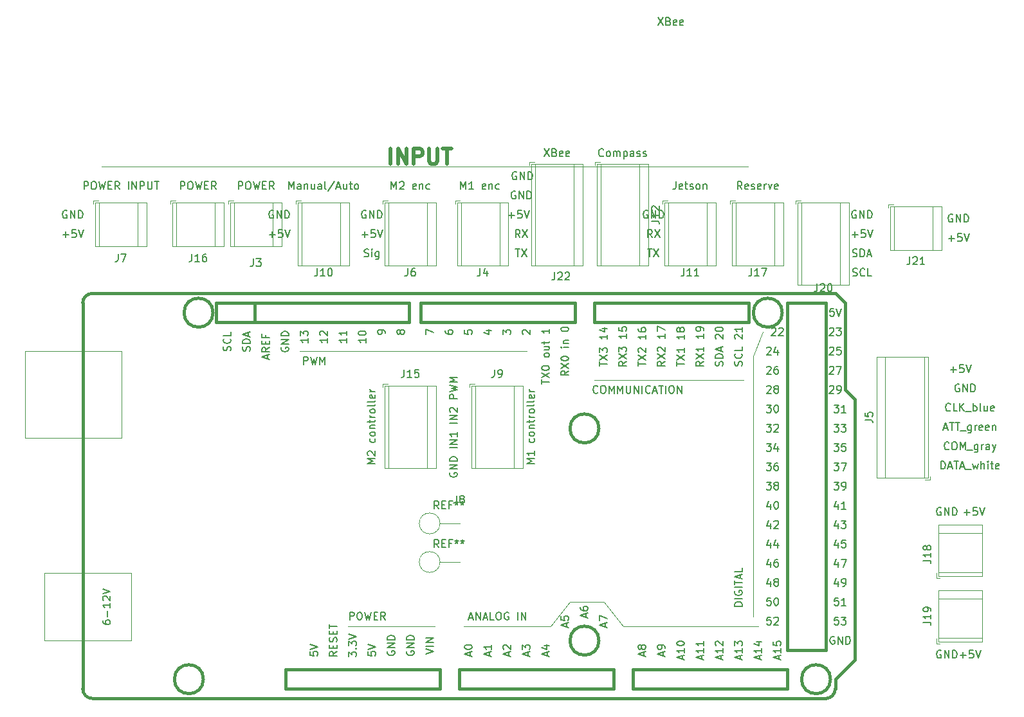
<source format=gto>
G04 #@! TF.GenerationSoftware,KiCad,Pcbnew,(5.1.6)-1*
G04 #@! TF.CreationDate,2020-08-27T22:58:18+05:30*
G04 #@! TF.ProjectId,PCB board,50434220-626f-4617-9264-2e6b69636164,rev?*
G04 #@! TF.SameCoordinates,Original*
G04 #@! TF.FileFunction,Legend,Top*
G04 #@! TF.FilePolarity,Positive*
%FSLAX46Y46*%
G04 Gerber Fmt 4.6, Leading zero omitted, Abs format (unit mm)*
G04 Created by KiCad (PCBNEW (5.1.6)-1) date 2020-08-27 22:58:18*
%MOMM*%
%LPD*%
G01*
G04 APERTURE LIST*
%ADD10C,0.150000*%
%ADD11C,0.120000*%
%ADD12C,0.500000*%
%ADD13C,0.381000*%
G04 APERTURE END LIST*
D10*
X170942095Y-57920000D02*
X170846857Y-57872380D01*
X170704000Y-57872380D01*
X170561142Y-57920000D01*
X170465904Y-58015238D01*
X170418285Y-58110476D01*
X170370666Y-58300952D01*
X170370666Y-58443809D01*
X170418285Y-58634285D01*
X170465904Y-58729523D01*
X170561142Y-58824761D01*
X170704000Y-58872380D01*
X170799238Y-58872380D01*
X170942095Y-58824761D01*
X170989714Y-58777142D01*
X170989714Y-58443809D01*
X170799238Y-58443809D01*
X171418285Y-58872380D02*
X171418285Y-57872380D01*
X171989714Y-58872380D01*
X171989714Y-57872380D01*
X172465904Y-58872380D02*
X172465904Y-57872380D01*
X172704000Y-57872380D01*
X172846857Y-57920000D01*
X172942095Y-58015238D01*
X172989714Y-58110476D01*
X173037333Y-58300952D01*
X173037333Y-58443809D01*
X172989714Y-58634285D01*
X172942095Y-58729523D01*
X172846857Y-58824761D01*
X172704000Y-58872380D01*
X172465904Y-58872380D01*
X171537333Y-61412380D02*
X171204000Y-60936190D01*
X170965904Y-61412380D02*
X170965904Y-60412380D01*
X171346857Y-60412380D01*
X171442095Y-60460000D01*
X171489714Y-60507619D01*
X171537333Y-60602857D01*
X171537333Y-60745714D01*
X171489714Y-60840952D01*
X171442095Y-60888571D01*
X171346857Y-60936190D01*
X170965904Y-60936190D01*
X171870666Y-60412380D02*
X172537333Y-61412380D01*
X172537333Y-60412380D02*
X171870666Y-61412380D01*
X170942095Y-62952380D02*
X171513523Y-62952380D01*
X171227809Y-63952380D02*
X171227809Y-62952380D01*
X171751619Y-62952380D02*
X172418285Y-63952380D01*
X172418285Y-62952380D02*
X171751619Y-63952380D01*
X153670095Y-52840000D02*
X153574857Y-52792380D01*
X153432000Y-52792380D01*
X153289142Y-52840000D01*
X153193904Y-52935238D01*
X153146285Y-53030476D01*
X153098666Y-53220952D01*
X153098666Y-53363809D01*
X153146285Y-53554285D01*
X153193904Y-53649523D01*
X153289142Y-53744761D01*
X153432000Y-53792380D01*
X153527238Y-53792380D01*
X153670095Y-53744761D01*
X153717714Y-53697142D01*
X153717714Y-53363809D01*
X153527238Y-53363809D01*
X154146285Y-53792380D02*
X154146285Y-52792380D01*
X154717714Y-53792380D01*
X154717714Y-52792380D01*
X155193904Y-53792380D02*
X155193904Y-52792380D01*
X155432000Y-52792380D01*
X155574857Y-52840000D01*
X155670095Y-52935238D01*
X155717714Y-53030476D01*
X155765333Y-53220952D01*
X155765333Y-53363809D01*
X155717714Y-53554285D01*
X155670095Y-53649523D01*
X155574857Y-53744761D01*
X155432000Y-53792380D01*
X155193904Y-53792380D01*
X152638285Y-58491428D02*
X153400190Y-58491428D01*
X153019238Y-58872380D02*
X153019238Y-58110476D01*
X154352571Y-57872380D02*
X153876380Y-57872380D01*
X153828761Y-58348571D01*
X153876380Y-58300952D01*
X153971619Y-58253333D01*
X154209714Y-58253333D01*
X154304952Y-58300952D01*
X154352571Y-58348571D01*
X154400190Y-58443809D01*
X154400190Y-58681904D01*
X154352571Y-58777142D01*
X154304952Y-58824761D01*
X154209714Y-58872380D01*
X153971619Y-58872380D01*
X153876380Y-58824761D01*
X153828761Y-58777142D01*
X154685904Y-57872380D02*
X155019238Y-58872380D01*
X155352571Y-57872380D01*
X197850285Y-61031428D02*
X198612190Y-61031428D01*
X198231238Y-61412380D02*
X198231238Y-60650476D01*
X199564571Y-60412380D02*
X199088380Y-60412380D01*
X199040761Y-60888571D01*
X199088380Y-60840952D01*
X199183619Y-60793333D01*
X199421714Y-60793333D01*
X199516952Y-60840952D01*
X199564571Y-60888571D01*
X199612190Y-60983809D01*
X199612190Y-61221904D01*
X199564571Y-61317142D01*
X199516952Y-61364761D01*
X199421714Y-61412380D01*
X199183619Y-61412380D01*
X199088380Y-61364761D01*
X199040761Y-61317142D01*
X199897904Y-60412380D02*
X200231238Y-61412380D01*
X200564571Y-60412380D01*
X198374095Y-57920000D02*
X198278857Y-57872380D01*
X198136000Y-57872380D01*
X197993142Y-57920000D01*
X197897904Y-58015238D01*
X197850285Y-58110476D01*
X197802666Y-58300952D01*
X197802666Y-58443809D01*
X197850285Y-58634285D01*
X197897904Y-58729523D01*
X197993142Y-58824761D01*
X198136000Y-58872380D01*
X198231238Y-58872380D01*
X198374095Y-58824761D01*
X198421714Y-58777142D01*
X198421714Y-58443809D01*
X198231238Y-58443809D01*
X198850285Y-58872380D02*
X198850285Y-57872380D01*
X199421714Y-58872380D01*
X199421714Y-57872380D01*
X199897904Y-58872380D02*
X199897904Y-57872380D01*
X200136000Y-57872380D01*
X200278857Y-57920000D01*
X200374095Y-58015238D01*
X200421714Y-58110476D01*
X200469333Y-58300952D01*
X200469333Y-58443809D01*
X200421714Y-58634285D01*
X200374095Y-58729523D01*
X200278857Y-58824761D01*
X200136000Y-58872380D01*
X199897904Y-58872380D01*
X210550285Y-61539428D02*
X211312190Y-61539428D01*
X210931238Y-61920380D02*
X210931238Y-61158476D01*
X212264571Y-60920380D02*
X211788380Y-60920380D01*
X211740761Y-61396571D01*
X211788380Y-61348952D01*
X211883619Y-61301333D01*
X212121714Y-61301333D01*
X212216952Y-61348952D01*
X212264571Y-61396571D01*
X212312190Y-61491809D01*
X212312190Y-61729904D01*
X212264571Y-61825142D01*
X212216952Y-61872761D01*
X212121714Y-61920380D01*
X211883619Y-61920380D01*
X211788380Y-61872761D01*
X211740761Y-61825142D01*
X212597904Y-60920380D02*
X212931238Y-61920380D01*
X213264571Y-60920380D01*
X211074095Y-58428000D02*
X210978857Y-58380380D01*
X210836000Y-58380380D01*
X210693142Y-58428000D01*
X210597904Y-58523238D01*
X210550285Y-58618476D01*
X210502666Y-58808952D01*
X210502666Y-58951809D01*
X210550285Y-59142285D01*
X210597904Y-59237523D01*
X210693142Y-59332761D01*
X210836000Y-59380380D01*
X210931238Y-59380380D01*
X211074095Y-59332761D01*
X211121714Y-59285142D01*
X211121714Y-58951809D01*
X210931238Y-58951809D01*
X211550285Y-59380380D02*
X211550285Y-58380380D01*
X212121714Y-59380380D01*
X212121714Y-58380380D01*
X212597904Y-59380380D02*
X212597904Y-58380380D01*
X212836000Y-58380380D01*
X212978857Y-58428000D01*
X213074095Y-58523238D01*
X213121714Y-58618476D01*
X213169333Y-58808952D01*
X213169333Y-58951809D01*
X213121714Y-59142285D01*
X213074095Y-59237523D01*
X212978857Y-59332761D01*
X212836000Y-59380380D01*
X212597904Y-59380380D01*
X197945523Y-66444761D02*
X198088380Y-66492380D01*
X198326476Y-66492380D01*
X198421714Y-66444761D01*
X198469333Y-66397142D01*
X198516952Y-66301904D01*
X198516952Y-66206666D01*
X198469333Y-66111428D01*
X198421714Y-66063809D01*
X198326476Y-66016190D01*
X198136000Y-65968571D01*
X198040761Y-65920952D01*
X197993142Y-65873333D01*
X197945523Y-65778095D01*
X197945523Y-65682857D01*
X197993142Y-65587619D01*
X198040761Y-65540000D01*
X198136000Y-65492380D01*
X198374095Y-65492380D01*
X198516952Y-65540000D01*
X199516952Y-66397142D02*
X199469333Y-66444761D01*
X199326476Y-66492380D01*
X199231238Y-66492380D01*
X199088380Y-66444761D01*
X198993142Y-66349523D01*
X198945523Y-66254285D01*
X198897904Y-66063809D01*
X198897904Y-65920952D01*
X198945523Y-65730476D01*
X198993142Y-65635238D01*
X199088380Y-65540000D01*
X199231238Y-65492380D01*
X199326476Y-65492380D01*
X199469333Y-65540000D01*
X199516952Y-65587619D01*
X200421714Y-66492380D02*
X199945523Y-66492380D01*
X199945523Y-65492380D01*
X197921714Y-63904761D02*
X198064571Y-63952380D01*
X198302666Y-63952380D01*
X198397904Y-63904761D01*
X198445523Y-63857142D01*
X198493142Y-63761904D01*
X198493142Y-63666666D01*
X198445523Y-63571428D01*
X198397904Y-63523809D01*
X198302666Y-63476190D01*
X198112190Y-63428571D01*
X198016952Y-63380952D01*
X197969333Y-63333333D01*
X197921714Y-63238095D01*
X197921714Y-63142857D01*
X197969333Y-63047619D01*
X198016952Y-63000000D01*
X198112190Y-62952380D01*
X198350285Y-62952380D01*
X198493142Y-63000000D01*
X198921714Y-63952380D02*
X198921714Y-62952380D01*
X199159809Y-62952380D01*
X199302666Y-63000000D01*
X199397904Y-63095238D01*
X199445523Y-63190476D01*
X199493142Y-63380952D01*
X199493142Y-63523809D01*
X199445523Y-63714285D01*
X199397904Y-63809523D01*
X199302666Y-63904761D01*
X199159809Y-63952380D01*
X198921714Y-63952380D01*
X199874095Y-63666666D02*
X200350285Y-63666666D01*
X199778857Y-63952380D02*
X200112190Y-62952380D01*
X200445523Y-63952380D01*
X121142285Y-61031428D02*
X121904190Y-61031428D01*
X121523238Y-61412380D02*
X121523238Y-60650476D01*
X122856571Y-60412380D02*
X122380380Y-60412380D01*
X122332761Y-60888571D01*
X122380380Y-60840952D01*
X122475619Y-60793333D01*
X122713714Y-60793333D01*
X122808952Y-60840952D01*
X122856571Y-60888571D01*
X122904190Y-60983809D01*
X122904190Y-61221904D01*
X122856571Y-61317142D01*
X122808952Y-61364761D01*
X122713714Y-61412380D01*
X122475619Y-61412380D01*
X122380380Y-61364761D01*
X122332761Y-61317142D01*
X123189904Y-60412380D02*
X123523238Y-61412380D01*
X123856571Y-60412380D01*
X212074285Y-116403428D02*
X212836190Y-116403428D01*
X212455238Y-116784380D02*
X212455238Y-116022476D01*
X213788571Y-115784380D02*
X213312380Y-115784380D01*
X213264761Y-116260571D01*
X213312380Y-116212952D01*
X213407619Y-116165333D01*
X213645714Y-116165333D01*
X213740952Y-116212952D01*
X213788571Y-116260571D01*
X213836190Y-116355809D01*
X213836190Y-116593904D01*
X213788571Y-116689142D01*
X213740952Y-116736761D01*
X213645714Y-116784380D01*
X213407619Y-116784380D01*
X213312380Y-116736761D01*
X213264761Y-116689142D01*
X214121904Y-115784380D02*
X214455238Y-116784380D01*
X214788571Y-115784380D01*
X209550095Y-115832000D02*
X209454857Y-115784380D01*
X209312000Y-115784380D01*
X209169142Y-115832000D01*
X209073904Y-115927238D01*
X209026285Y-116022476D01*
X208978666Y-116212952D01*
X208978666Y-116355809D01*
X209026285Y-116546285D01*
X209073904Y-116641523D01*
X209169142Y-116736761D01*
X209312000Y-116784380D01*
X209407238Y-116784380D01*
X209550095Y-116736761D01*
X209597714Y-116689142D01*
X209597714Y-116355809D01*
X209407238Y-116355809D01*
X210026285Y-116784380D02*
X210026285Y-115784380D01*
X210597714Y-116784380D01*
X210597714Y-115784380D01*
X211073904Y-116784380D02*
X211073904Y-115784380D01*
X211312000Y-115784380D01*
X211454857Y-115832000D01*
X211550095Y-115927238D01*
X211597714Y-116022476D01*
X211645333Y-116212952D01*
X211645333Y-116355809D01*
X211597714Y-116546285D01*
X211550095Y-116641523D01*
X211454857Y-116736761D01*
X211312000Y-116784380D01*
X211073904Y-116784380D01*
X212582285Y-97607428D02*
X213344190Y-97607428D01*
X212963238Y-97988380D02*
X212963238Y-97226476D01*
X214296571Y-96988380D02*
X213820380Y-96988380D01*
X213772761Y-97464571D01*
X213820380Y-97416952D01*
X213915619Y-97369333D01*
X214153714Y-97369333D01*
X214248952Y-97416952D01*
X214296571Y-97464571D01*
X214344190Y-97559809D01*
X214344190Y-97797904D01*
X214296571Y-97893142D01*
X214248952Y-97940761D01*
X214153714Y-97988380D01*
X213915619Y-97988380D01*
X213820380Y-97940761D01*
X213772761Y-97893142D01*
X214629904Y-96988380D02*
X214963238Y-97988380D01*
X215296571Y-96988380D01*
X209550095Y-97036000D02*
X209454857Y-96988380D01*
X209312000Y-96988380D01*
X209169142Y-97036000D01*
X209073904Y-97131238D01*
X209026285Y-97226476D01*
X208978666Y-97416952D01*
X208978666Y-97559809D01*
X209026285Y-97750285D01*
X209073904Y-97845523D01*
X209169142Y-97940761D01*
X209312000Y-97988380D01*
X209407238Y-97988380D01*
X209550095Y-97940761D01*
X209597714Y-97893142D01*
X209597714Y-97559809D01*
X209407238Y-97559809D01*
X210026285Y-97988380D02*
X210026285Y-96988380D01*
X210597714Y-97988380D01*
X210597714Y-96988380D01*
X211073904Y-97988380D02*
X211073904Y-96988380D01*
X211312000Y-96988380D01*
X211454857Y-97036000D01*
X211550095Y-97131238D01*
X211597714Y-97226476D01*
X211645333Y-97416952D01*
X211645333Y-97559809D01*
X211597714Y-97750285D01*
X211550095Y-97845523D01*
X211454857Y-97940761D01*
X211312000Y-97988380D01*
X211073904Y-97988380D01*
X117070476Y-55062380D02*
X117070476Y-54062380D01*
X117451428Y-54062380D01*
X117546666Y-54110000D01*
X117594285Y-54157619D01*
X117641904Y-54252857D01*
X117641904Y-54395714D01*
X117594285Y-54490952D01*
X117546666Y-54538571D01*
X117451428Y-54586190D01*
X117070476Y-54586190D01*
X118260952Y-54062380D02*
X118451428Y-54062380D01*
X118546666Y-54110000D01*
X118641904Y-54205238D01*
X118689523Y-54395714D01*
X118689523Y-54729047D01*
X118641904Y-54919523D01*
X118546666Y-55014761D01*
X118451428Y-55062380D01*
X118260952Y-55062380D01*
X118165714Y-55014761D01*
X118070476Y-54919523D01*
X118022857Y-54729047D01*
X118022857Y-54395714D01*
X118070476Y-54205238D01*
X118165714Y-54110000D01*
X118260952Y-54062380D01*
X119022857Y-54062380D02*
X119260952Y-55062380D01*
X119451428Y-54348095D01*
X119641904Y-55062380D01*
X119880000Y-54062380D01*
X120260952Y-54538571D02*
X120594285Y-54538571D01*
X120737142Y-55062380D02*
X120260952Y-55062380D01*
X120260952Y-54062380D01*
X120737142Y-54062380D01*
X121737142Y-55062380D02*
X121403809Y-54586190D01*
X121165714Y-55062380D02*
X121165714Y-54062380D01*
X121546666Y-54062380D01*
X121641904Y-54110000D01*
X121689523Y-54157619D01*
X121737142Y-54252857D01*
X121737142Y-54395714D01*
X121689523Y-54490952D01*
X121641904Y-54538571D01*
X121546666Y-54586190D01*
X121165714Y-54586190D01*
X109450476Y-55062380D02*
X109450476Y-54062380D01*
X109831428Y-54062380D01*
X109926666Y-54110000D01*
X109974285Y-54157619D01*
X110021904Y-54252857D01*
X110021904Y-54395714D01*
X109974285Y-54490952D01*
X109926666Y-54538571D01*
X109831428Y-54586190D01*
X109450476Y-54586190D01*
X110640952Y-54062380D02*
X110831428Y-54062380D01*
X110926666Y-54110000D01*
X111021904Y-54205238D01*
X111069523Y-54395714D01*
X111069523Y-54729047D01*
X111021904Y-54919523D01*
X110926666Y-55014761D01*
X110831428Y-55062380D01*
X110640952Y-55062380D01*
X110545714Y-55014761D01*
X110450476Y-54919523D01*
X110402857Y-54729047D01*
X110402857Y-54395714D01*
X110450476Y-54205238D01*
X110545714Y-54110000D01*
X110640952Y-54062380D01*
X111402857Y-54062380D02*
X111640952Y-55062380D01*
X111831428Y-54348095D01*
X112021904Y-55062380D01*
X112260000Y-54062380D01*
X112640952Y-54538571D02*
X112974285Y-54538571D01*
X113117142Y-55062380D02*
X112640952Y-55062380D01*
X112640952Y-54062380D01*
X113117142Y-54062380D01*
X114117142Y-55062380D02*
X113783809Y-54586190D01*
X113545714Y-55062380D02*
X113545714Y-54062380D01*
X113926666Y-54062380D01*
X114021904Y-54110000D01*
X114069523Y-54157619D01*
X114117142Y-54252857D01*
X114117142Y-54395714D01*
X114069523Y-54490952D01*
X114021904Y-54538571D01*
X113926666Y-54586190D01*
X113545714Y-54586190D01*
X211963095Y-80780000D02*
X211867857Y-80732380D01*
X211725000Y-80732380D01*
X211582142Y-80780000D01*
X211486904Y-80875238D01*
X211439285Y-80970476D01*
X211391666Y-81160952D01*
X211391666Y-81303809D01*
X211439285Y-81494285D01*
X211486904Y-81589523D01*
X211582142Y-81684761D01*
X211725000Y-81732380D01*
X211820238Y-81732380D01*
X211963095Y-81684761D01*
X212010714Y-81637142D01*
X212010714Y-81303809D01*
X211820238Y-81303809D01*
X212439285Y-81732380D02*
X212439285Y-80732380D01*
X213010714Y-81732380D01*
X213010714Y-80732380D01*
X213486904Y-81732380D02*
X213486904Y-80732380D01*
X213725000Y-80732380D01*
X213867857Y-80780000D01*
X213963095Y-80875238D01*
X214010714Y-80970476D01*
X214058333Y-81160952D01*
X214058333Y-81303809D01*
X214010714Y-81494285D01*
X213963095Y-81589523D01*
X213867857Y-81684761D01*
X213725000Y-81732380D01*
X213486904Y-81732380D01*
X210804285Y-78811428D02*
X211566190Y-78811428D01*
X211185238Y-79192380D02*
X211185238Y-78430476D01*
X212518571Y-78192380D02*
X212042380Y-78192380D01*
X211994761Y-78668571D01*
X212042380Y-78620952D01*
X212137619Y-78573333D01*
X212375714Y-78573333D01*
X212470952Y-78620952D01*
X212518571Y-78668571D01*
X212566190Y-78763809D01*
X212566190Y-79001904D01*
X212518571Y-79097142D01*
X212470952Y-79144761D01*
X212375714Y-79192380D01*
X212137619Y-79192380D01*
X212042380Y-79144761D01*
X211994761Y-79097142D01*
X212851904Y-78192380D02*
X213185238Y-79192380D01*
X213518571Y-78192380D01*
X144915000Y-92383809D02*
X144867380Y-92479047D01*
X144867380Y-92621904D01*
X144915000Y-92764761D01*
X145010238Y-92860000D01*
X145105476Y-92907619D01*
X145295952Y-92955238D01*
X145438809Y-92955238D01*
X145629285Y-92907619D01*
X145724523Y-92860000D01*
X145819761Y-92764761D01*
X145867380Y-92621904D01*
X145867380Y-92526666D01*
X145819761Y-92383809D01*
X145772142Y-92336190D01*
X145438809Y-92336190D01*
X145438809Y-92526666D01*
X145867380Y-91907619D02*
X144867380Y-91907619D01*
X145867380Y-91336190D01*
X144867380Y-91336190D01*
X145867380Y-90860000D02*
X144867380Y-90860000D01*
X144867380Y-90621904D01*
X144915000Y-90479047D01*
X145010238Y-90383809D01*
X145105476Y-90336190D01*
X145295952Y-90288571D01*
X145438809Y-90288571D01*
X145629285Y-90336190D01*
X145724523Y-90383809D01*
X145819761Y-90479047D01*
X145867380Y-90621904D01*
X145867380Y-90860000D01*
X145867380Y-89098095D02*
X144867380Y-89098095D01*
X145867380Y-88621904D02*
X144867380Y-88621904D01*
X145867380Y-88050476D01*
X144867380Y-88050476D01*
X145867380Y-87050476D02*
X145867380Y-87621904D01*
X145867380Y-87336190D02*
X144867380Y-87336190D01*
X145010238Y-87431428D01*
X145105476Y-87526666D01*
X145153095Y-87621904D01*
X145867380Y-85860000D02*
X144867380Y-85860000D01*
X145867380Y-85383809D02*
X144867380Y-85383809D01*
X145867380Y-84812380D01*
X144867380Y-84812380D01*
X144962619Y-84383809D02*
X144915000Y-84336190D01*
X144867380Y-84240952D01*
X144867380Y-84002857D01*
X144915000Y-83907619D01*
X144962619Y-83860000D01*
X145057857Y-83812380D01*
X145153095Y-83812380D01*
X145295952Y-83860000D01*
X145867380Y-84431428D01*
X145867380Y-83812380D01*
X145867380Y-82621904D02*
X144867380Y-82621904D01*
X144867380Y-82240952D01*
X144915000Y-82145714D01*
X144962619Y-82098095D01*
X145057857Y-82050476D01*
X145200714Y-82050476D01*
X145295952Y-82098095D01*
X145343571Y-82145714D01*
X145391190Y-82240952D01*
X145391190Y-82621904D01*
X144867380Y-81717142D02*
X145867380Y-81479047D01*
X145153095Y-81288571D01*
X145867380Y-81098095D01*
X144867380Y-80860000D01*
X145867380Y-80479047D02*
X144867380Y-80479047D01*
X145581666Y-80145714D01*
X144867380Y-79812380D01*
X145867380Y-79812380D01*
X135072380Y-91193333D02*
X134072380Y-91193333D01*
X134786666Y-90860000D01*
X134072380Y-90526666D01*
X135072380Y-90526666D01*
X134167619Y-90098095D02*
X134120000Y-90050476D01*
X134072380Y-89955238D01*
X134072380Y-89717142D01*
X134120000Y-89621904D01*
X134167619Y-89574285D01*
X134262857Y-89526666D01*
X134358095Y-89526666D01*
X134500952Y-89574285D01*
X135072380Y-90145714D01*
X135072380Y-89526666D01*
X135024761Y-87907619D02*
X135072380Y-88002857D01*
X135072380Y-88193333D01*
X135024761Y-88288571D01*
X134977142Y-88336190D01*
X134881904Y-88383809D01*
X134596190Y-88383809D01*
X134500952Y-88336190D01*
X134453333Y-88288571D01*
X134405714Y-88193333D01*
X134405714Y-88002857D01*
X134453333Y-87907619D01*
X135072380Y-87336190D02*
X135024761Y-87431428D01*
X134977142Y-87479047D01*
X134881904Y-87526666D01*
X134596190Y-87526666D01*
X134500952Y-87479047D01*
X134453333Y-87431428D01*
X134405714Y-87336190D01*
X134405714Y-87193333D01*
X134453333Y-87098095D01*
X134500952Y-87050476D01*
X134596190Y-87002857D01*
X134881904Y-87002857D01*
X134977142Y-87050476D01*
X135024761Y-87098095D01*
X135072380Y-87193333D01*
X135072380Y-87336190D01*
X134405714Y-86574285D02*
X135072380Y-86574285D01*
X134500952Y-86574285D02*
X134453333Y-86526666D01*
X134405714Y-86431428D01*
X134405714Y-86288571D01*
X134453333Y-86193333D01*
X134548571Y-86145714D01*
X135072380Y-86145714D01*
X134405714Y-85812380D02*
X134405714Y-85431428D01*
X134072380Y-85669523D02*
X134929523Y-85669523D01*
X135024761Y-85621904D01*
X135072380Y-85526666D01*
X135072380Y-85431428D01*
X135072380Y-85098095D02*
X134405714Y-85098095D01*
X134596190Y-85098095D02*
X134500952Y-85050476D01*
X134453333Y-85002857D01*
X134405714Y-84907619D01*
X134405714Y-84812380D01*
X135072380Y-84336190D02*
X135024761Y-84431428D01*
X134977142Y-84479047D01*
X134881904Y-84526666D01*
X134596190Y-84526666D01*
X134500952Y-84479047D01*
X134453333Y-84431428D01*
X134405714Y-84336190D01*
X134405714Y-84193333D01*
X134453333Y-84098095D01*
X134500952Y-84050476D01*
X134596190Y-84002857D01*
X134881904Y-84002857D01*
X134977142Y-84050476D01*
X135024761Y-84098095D01*
X135072380Y-84193333D01*
X135072380Y-84336190D01*
X135072380Y-83431428D02*
X135024761Y-83526666D01*
X134929523Y-83574285D01*
X134072380Y-83574285D01*
X135072380Y-82907619D02*
X135024761Y-83002857D01*
X134929523Y-83050476D01*
X134072380Y-83050476D01*
X135024761Y-82145714D02*
X135072380Y-82240952D01*
X135072380Y-82431428D01*
X135024761Y-82526666D01*
X134929523Y-82574285D01*
X134548571Y-82574285D01*
X134453333Y-82526666D01*
X134405714Y-82431428D01*
X134405714Y-82240952D01*
X134453333Y-82145714D01*
X134548571Y-82098095D01*
X134643809Y-82098095D01*
X134739047Y-82574285D01*
X135072380Y-81669523D02*
X134405714Y-81669523D01*
X134596190Y-81669523D02*
X134500952Y-81621904D01*
X134453333Y-81574285D01*
X134405714Y-81479047D01*
X134405714Y-81383809D01*
X156027380Y-91193333D02*
X155027380Y-91193333D01*
X155741666Y-90860000D01*
X155027380Y-90526666D01*
X156027380Y-90526666D01*
X156027380Y-89526666D02*
X156027380Y-90098095D01*
X156027380Y-89812380D02*
X155027380Y-89812380D01*
X155170238Y-89907619D01*
X155265476Y-90002857D01*
X155313095Y-90098095D01*
X155979761Y-87907619D02*
X156027380Y-88002857D01*
X156027380Y-88193333D01*
X155979761Y-88288571D01*
X155932142Y-88336190D01*
X155836904Y-88383809D01*
X155551190Y-88383809D01*
X155455952Y-88336190D01*
X155408333Y-88288571D01*
X155360714Y-88193333D01*
X155360714Y-88002857D01*
X155408333Y-87907619D01*
X156027380Y-87336190D02*
X155979761Y-87431428D01*
X155932142Y-87479047D01*
X155836904Y-87526666D01*
X155551190Y-87526666D01*
X155455952Y-87479047D01*
X155408333Y-87431428D01*
X155360714Y-87336190D01*
X155360714Y-87193333D01*
X155408333Y-87098095D01*
X155455952Y-87050476D01*
X155551190Y-87002857D01*
X155836904Y-87002857D01*
X155932142Y-87050476D01*
X155979761Y-87098095D01*
X156027380Y-87193333D01*
X156027380Y-87336190D01*
X155360714Y-86574285D02*
X156027380Y-86574285D01*
X155455952Y-86574285D02*
X155408333Y-86526666D01*
X155360714Y-86431428D01*
X155360714Y-86288571D01*
X155408333Y-86193333D01*
X155503571Y-86145714D01*
X156027380Y-86145714D01*
X155360714Y-85812380D02*
X155360714Y-85431428D01*
X155027380Y-85669523D02*
X155884523Y-85669523D01*
X155979761Y-85621904D01*
X156027380Y-85526666D01*
X156027380Y-85431428D01*
X156027380Y-85098095D02*
X155360714Y-85098095D01*
X155551190Y-85098095D02*
X155455952Y-85050476D01*
X155408333Y-85002857D01*
X155360714Y-84907619D01*
X155360714Y-84812380D01*
X156027380Y-84336190D02*
X155979761Y-84431428D01*
X155932142Y-84479047D01*
X155836904Y-84526666D01*
X155551190Y-84526666D01*
X155455952Y-84479047D01*
X155408333Y-84431428D01*
X155360714Y-84336190D01*
X155360714Y-84193333D01*
X155408333Y-84098095D01*
X155455952Y-84050476D01*
X155551190Y-84002857D01*
X155836904Y-84002857D01*
X155932142Y-84050476D01*
X155979761Y-84098095D01*
X156027380Y-84193333D01*
X156027380Y-84336190D01*
X156027380Y-83431428D02*
X155979761Y-83526666D01*
X155884523Y-83574285D01*
X155027380Y-83574285D01*
X156027380Y-82907619D02*
X155979761Y-83002857D01*
X155884523Y-83050476D01*
X155027380Y-83050476D01*
X155979761Y-82145714D02*
X156027380Y-82240952D01*
X156027380Y-82431428D01*
X155979761Y-82526666D01*
X155884523Y-82574285D01*
X155503571Y-82574285D01*
X155408333Y-82526666D01*
X155360714Y-82431428D01*
X155360714Y-82240952D01*
X155408333Y-82145714D01*
X155503571Y-82098095D01*
X155598809Y-82098095D01*
X155694047Y-82574285D01*
X156027380Y-81669523D02*
X155360714Y-81669523D01*
X155551190Y-81669523D02*
X155455952Y-81621904D01*
X155408333Y-81574285D01*
X155360714Y-81479047D01*
X155360714Y-81383809D01*
X183348571Y-55062380D02*
X183015238Y-54586190D01*
X182777142Y-55062380D02*
X182777142Y-54062380D01*
X183158095Y-54062380D01*
X183253333Y-54110000D01*
X183300952Y-54157619D01*
X183348571Y-54252857D01*
X183348571Y-54395714D01*
X183300952Y-54490952D01*
X183253333Y-54538571D01*
X183158095Y-54586190D01*
X182777142Y-54586190D01*
X184158095Y-55014761D02*
X184062857Y-55062380D01*
X183872380Y-55062380D01*
X183777142Y-55014761D01*
X183729523Y-54919523D01*
X183729523Y-54538571D01*
X183777142Y-54443333D01*
X183872380Y-54395714D01*
X184062857Y-54395714D01*
X184158095Y-54443333D01*
X184205714Y-54538571D01*
X184205714Y-54633809D01*
X183729523Y-54729047D01*
X184586666Y-55014761D02*
X184681904Y-55062380D01*
X184872380Y-55062380D01*
X184967619Y-55014761D01*
X185015238Y-54919523D01*
X185015238Y-54871904D01*
X184967619Y-54776666D01*
X184872380Y-54729047D01*
X184729523Y-54729047D01*
X184634285Y-54681428D01*
X184586666Y-54586190D01*
X184586666Y-54538571D01*
X184634285Y-54443333D01*
X184729523Y-54395714D01*
X184872380Y-54395714D01*
X184967619Y-54443333D01*
X185824761Y-55014761D02*
X185729523Y-55062380D01*
X185539047Y-55062380D01*
X185443809Y-55014761D01*
X185396190Y-54919523D01*
X185396190Y-54538571D01*
X185443809Y-54443333D01*
X185539047Y-54395714D01*
X185729523Y-54395714D01*
X185824761Y-54443333D01*
X185872380Y-54538571D01*
X185872380Y-54633809D01*
X185396190Y-54729047D01*
X186300952Y-55062380D02*
X186300952Y-54395714D01*
X186300952Y-54586190D02*
X186348571Y-54490952D01*
X186396190Y-54443333D01*
X186491428Y-54395714D01*
X186586666Y-54395714D01*
X186824761Y-54395714D02*
X187062857Y-55062380D01*
X187300952Y-54395714D01*
X188062857Y-55014761D02*
X187967619Y-55062380D01*
X187777142Y-55062380D01*
X187681904Y-55014761D01*
X187634285Y-54919523D01*
X187634285Y-54538571D01*
X187681904Y-54443333D01*
X187777142Y-54395714D01*
X187967619Y-54395714D01*
X188062857Y-54443333D01*
X188110476Y-54538571D01*
X188110476Y-54633809D01*
X187634285Y-54729047D01*
X157313523Y-49744380D02*
X157980190Y-50744380D01*
X157980190Y-49744380D02*
X157313523Y-50744380D01*
X158694476Y-50220571D02*
X158837333Y-50268190D01*
X158884952Y-50315809D01*
X158932571Y-50411047D01*
X158932571Y-50553904D01*
X158884952Y-50649142D01*
X158837333Y-50696761D01*
X158742095Y-50744380D01*
X158361142Y-50744380D01*
X158361142Y-49744380D01*
X158694476Y-49744380D01*
X158789714Y-49792000D01*
X158837333Y-49839619D01*
X158884952Y-49934857D01*
X158884952Y-50030095D01*
X158837333Y-50125333D01*
X158789714Y-50172952D01*
X158694476Y-50220571D01*
X158361142Y-50220571D01*
X159742095Y-50696761D02*
X159646857Y-50744380D01*
X159456380Y-50744380D01*
X159361142Y-50696761D01*
X159313523Y-50601523D01*
X159313523Y-50220571D01*
X159361142Y-50125333D01*
X159456380Y-50077714D01*
X159646857Y-50077714D01*
X159742095Y-50125333D01*
X159789714Y-50220571D01*
X159789714Y-50315809D01*
X159313523Y-50411047D01*
X160599238Y-50696761D02*
X160504000Y-50744380D01*
X160313523Y-50744380D01*
X160218285Y-50696761D01*
X160170666Y-50601523D01*
X160170666Y-50220571D01*
X160218285Y-50125333D01*
X160313523Y-50077714D01*
X160504000Y-50077714D01*
X160599238Y-50125333D01*
X160646857Y-50220571D01*
X160646857Y-50315809D01*
X160170666Y-50411047D01*
X209550476Y-91892380D02*
X209550476Y-90892380D01*
X209788571Y-90892380D01*
X209931428Y-90940000D01*
X210026666Y-91035238D01*
X210074285Y-91130476D01*
X210121904Y-91320952D01*
X210121904Y-91463809D01*
X210074285Y-91654285D01*
X210026666Y-91749523D01*
X209931428Y-91844761D01*
X209788571Y-91892380D01*
X209550476Y-91892380D01*
X210502857Y-91606666D02*
X210979047Y-91606666D01*
X210407619Y-91892380D02*
X210740952Y-90892380D01*
X211074285Y-91892380D01*
X211264761Y-90892380D02*
X211836190Y-90892380D01*
X211550476Y-91892380D02*
X211550476Y-90892380D01*
X212121904Y-91606666D02*
X212598095Y-91606666D01*
X212026666Y-91892380D02*
X212360000Y-90892380D01*
X212693333Y-91892380D01*
X212788571Y-91987619D02*
X213550476Y-91987619D01*
X213693333Y-91225714D02*
X213883809Y-91892380D01*
X214074285Y-91416190D01*
X214264761Y-91892380D01*
X214455238Y-91225714D01*
X214836190Y-91892380D02*
X214836190Y-90892380D01*
X215264761Y-91892380D02*
X215264761Y-91368571D01*
X215217142Y-91273333D01*
X215121904Y-91225714D01*
X214979047Y-91225714D01*
X214883809Y-91273333D01*
X214836190Y-91320952D01*
X215740952Y-91892380D02*
X215740952Y-91225714D01*
X215740952Y-90892380D02*
X215693333Y-90940000D01*
X215740952Y-90987619D01*
X215788571Y-90940000D01*
X215740952Y-90892380D01*
X215740952Y-90987619D01*
X216074285Y-91225714D02*
X216455238Y-91225714D01*
X216217142Y-90892380D02*
X216217142Y-91749523D01*
X216264761Y-91844761D01*
X216360000Y-91892380D01*
X216455238Y-91892380D01*
X217169523Y-91844761D02*
X217074285Y-91892380D01*
X216883809Y-91892380D01*
X216788571Y-91844761D01*
X216740952Y-91749523D01*
X216740952Y-91368571D01*
X216788571Y-91273333D01*
X216883809Y-91225714D01*
X217074285Y-91225714D01*
X217169523Y-91273333D01*
X217217142Y-91368571D01*
X217217142Y-91463809D01*
X216740952Y-91559047D01*
X210598095Y-89257142D02*
X210550476Y-89304761D01*
X210407619Y-89352380D01*
X210312380Y-89352380D01*
X210169523Y-89304761D01*
X210074285Y-89209523D01*
X210026666Y-89114285D01*
X209979047Y-88923809D01*
X209979047Y-88780952D01*
X210026666Y-88590476D01*
X210074285Y-88495238D01*
X210169523Y-88400000D01*
X210312380Y-88352380D01*
X210407619Y-88352380D01*
X210550476Y-88400000D01*
X210598095Y-88447619D01*
X211217142Y-88352380D02*
X211407619Y-88352380D01*
X211502857Y-88400000D01*
X211598095Y-88495238D01*
X211645714Y-88685714D01*
X211645714Y-89019047D01*
X211598095Y-89209523D01*
X211502857Y-89304761D01*
X211407619Y-89352380D01*
X211217142Y-89352380D01*
X211121904Y-89304761D01*
X211026666Y-89209523D01*
X210979047Y-89019047D01*
X210979047Y-88685714D01*
X211026666Y-88495238D01*
X211121904Y-88400000D01*
X211217142Y-88352380D01*
X212074285Y-89352380D02*
X212074285Y-88352380D01*
X212407619Y-89066666D01*
X212740952Y-88352380D01*
X212740952Y-89352380D01*
X212979047Y-89447619D02*
X213740952Y-89447619D01*
X214407619Y-88685714D02*
X214407619Y-89495238D01*
X214360000Y-89590476D01*
X214312380Y-89638095D01*
X214217142Y-89685714D01*
X214074285Y-89685714D01*
X213979047Y-89638095D01*
X214407619Y-89304761D02*
X214312380Y-89352380D01*
X214121904Y-89352380D01*
X214026666Y-89304761D01*
X213979047Y-89257142D01*
X213931428Y-89161904D01*
X213931428Y-88876190D01*
X213979047Y-88780952D01*
X214026666Y-88733333D01*
X214121904Y-88685714D01*
X214312380Y-88685714D01*
X214407619Y-88733333D01*
X214883809Y-89352380D02*
X214883809Y-88685714D01*
X214883809Y-88876190D02*
X214931428Y-88780952D01*
X214979047Y-88733333D01*
X215074285Y-88685714D01*
X215169523Y-88685714D01*
X215931428Y-89352380D02*
X215931428Y-88828571D01*
X215883809Y-88733333D01*
X215788571Y-88685714D01*
X215598095Y-88685714D01*
X215502857Y-88733333D01*
X215931428Y-89304761D02*
X215836190Y-89352380D01*
X215598095Y-89352380D01*
X215502857Y-89304761D01*
X215455238Y-89209523D01*
X215455238Y-89114285D01*
X215502857Y-89019047D01*
X215598095Y-88971428D01*
X215836190Y-88971428D01*
X215931428Y-88923809D01*
X216312380Y-88685714D02*
X216550476Y-89352380D01*
X216788571Y-88685714D02*
X216550476Y-89352380D01*
X216455238Y-89590476D01*
X216407619Y-89638095D01*
X216312380Y-89685714D01*
X209907619Y-86526666D02*
X210383809Y-86526666D01*
X209812380Y-86812380D02*
X210145714Y-85812380D01*
X210479047Y-86812380D01*
X210669523Y-85812380D02*
X211240952Y-85812380D01*
X210955238Y-86812380D02*
X210955238Y-85812380D01*
X211431428Y-85812380D02*
X212002857Y-85812380D01*
X211717142Y-86812380D02*
X211717142Y-85812380D01*
X212098095Y-86907619D02*
X212860000Y-86907619D01*
X213526666Y-86145714D02*
X213526666Y-86955238D01*
X213479047Y-87050476D01*
X213431428Y-87098095D01*
X213336190Y-87145714D01*
X213193333Y-87145714D01*
X213098095Y-87098095D01*
X213526666Y-86764761D02*
X213431428Y-86812380D01*
X213240952Y-86812380D01*
X213145714Y-86764761D01*
X213098095Y-86717142D01*
X213050476Y-86621904D01*
X213050476Y-86336190D01*
X213098095Y-86240952D01*
X213145714Y-86193333D01*
X213240952Y-86145714D01*
X213431428Y-86145714D01*
X213526666Y-86193333D01*
X214002857Y-86812380D02*
X214002857Y-86145714D01*
X214002857Y-86336190D02*
X214050476Y-86240952D01*
X214098095Y-86193333D01*
X214193333Y-86145714D01*
X214288571Y-86145714D01*
X215002857Y-86764761D02*
X214907619Y-86812380D01*
X214717142Y-86812380D01*
X214621904Y-86764761D01*
X214574285Y-86669523D01*
X214574285Y-86288571D01*
X214621904Y-86193333D01*
X214717142Y-86145714D01*
X214907619Y-86145714D01*
X215002857Y-86193333D01*
X215050476Y-86288571D01*
X215050476Y-86383809D01*
X214574285Y-86479047D01*
X215860000Y-86764761D02*
X215764761Y-86812380D01*
X215574285Y-86812380D01*
X215479047Y-86764761D01*
X215431428Y-86669523D01*
X215431428Y-86288571D01*
X215479047Y-86193333D01*
X215574285Y-86145714D01*
X215764761Y-86145714D01*
X215860000Y-86193333D01*
X215907619Y-86288571D01*
X215907619Y-86383809D01*
X215431428Y-86479047D01*
X216336190Y-86145714D02*
X216336190Y-86812380D01*
X216336190Y-86240952D02*
X216383809Y-86193333D01*
X216479047Y-86145714D01*
X216621904Y-86145714D01*
X216717142Y-86193333D01*
X216764761Y-86288571D01*
X216764761Y-86812380D01*
X210788571Y-84177142D02*
X210740952Y-84224761D01*
X210598095Y-84272380D01*
X210502857Y-84272380D01*
X210360000Y-84224761D01*
X210264761Y-84129523D01*
X210217142Y-84034285D01*
X210169523Y-83843809D01*
X210169523Y-83700952D01*
X210217142Y-83510476D01*
X210264761Y-83415238D01*
X210360000Y-83320000D01*
X210502857Y-83272380D01*
X210598095Y-83272380D01*
X210740952Y-83320000D01*
X210788571Y-83367619D01*
X211693333Y-84272380D02*
X211217142Y-84272380D01*
X211217142Y-83272380D01*
X212026666Y-84272380D02*
X212026666Y-83272380D01*
X212598095Y-84272380D02*
X212169523Y-83700952D01*
X212598095Y-83272380D02*
X212026666Y-83843809D01*
X212788571Y-84367619D02*
X213550476Y-84367619D01*
X213788571Y-84272380D02*
X213788571Y-83272380D01*
X213788571Y-83653333D02*
X213883809Y-83605714D01*
X214074285Y-83605714D01*
X214169523Y-83653333D01*
X214217142Y-83700952D01*
X214264761Y-83796190D01*
X214264761Y-84081904D01*
X214217142Y-84177142D01*
X214169523Y-84224761D01*
X214074285Y-84272380D01*
X213883809Y-84272380D01*
X213788571Y-84224761D01*
X214836190Y-84272380D02*
X214740952Y-84224761D01*
X214693333Y-84129523D01*
X214693333Y-83272380D01*
X215645714Y-83605714D02*
X215645714Y-84272380D01*
X215217142Y-83605714D02*
X215217142Y-84129523D01*
X215264761Y-84224761D01*
X215360000Y-84272380D01*
X215502857Y-84272380D01*
X215598095Y-84224761D01*
X215645714Y-84177142D01*
X216502857Y-84224761D02*
X216407619Y-84272380D01*
X216217142Y-84272380D01*
X216121904Y-84224761D01*
X216074285Y-84129523D01*
X216074285Y-83748571D01*
X216121904Y-83653333D01*
X216217142Y-83605714D01*
X216407619Y-83605714D01*
X216502857Y-83653333D01*
X216550476Y-83748571D01*
X216550476Y-83843809D01*
X216074285Y-83939047D01*
D11*
X99060000Y-52070000D02*
X184150000Y-52070000D01*
D12*
X137112857Y-51704761D02*
X137112857Y-49704761D01*
X138065238Y-51704761D02*
X138065238Y-49704761D01*
X139208095Y-51704761D01*
X139208095Y-49704761D01*
X140160476Y-51704761D02*
X140160476Y-49704761D01*
X140922380Y-49704761D01*
X141112857Y-49800000D01*
X141208095Y-49895238D01*
X141303333Y-50085714D01*
X141303333Y-50371428D01*
X141208095Y-50561904D01*
X141112857Y-50657142D01*
X140922380Y-50752380D01*
X140160476Y-50752380D01*
X142160476Y-49704761D02*
X142160476Y-51323809D01*
X142255714Y-51514285D01*
X142350952Y-51609523D01*
X142541428Y-51704761D01*
X142922380Y-51704761D01*
X143112857Y-51609523D01*
X143208095Y-51514285D01*
X143303333Y-51323809D01*
X143303333Y-49704761D01*
X143970000Y-49704761D02*
X145112857Y-49704761D01*
X144541428Y-51704761D02*
X144541428Y-49704761D01*
D10*
X133643809Y-63904761D02*
X133786666Y-63952380D01*
X134024761Y-63952380D01*
X134120000Y-63904761D01*
X134167619Y-63857142D01*
X134215238Y-63761904D01*
X134215238Y-63666666D01*
X134167619Y-63571428D01*
X134120000Y-63523809D01*
X134024761Y-63476190D01*
X133834285Y-63428571D01*
X133739047Y-63380952D01*
X133691428Y-63333333D01*
X133643809Y-63238095D01*
X133643809Y-63142857D01*
X133691428Y-63047619D01*
X133739047Y-63000000D01*
X133834285Y-62952380D01*
X134072380Y-62952380D01*
X134215238Y-63000000D01*
X134643809Y-63952380D02*
X134643809Y-63285714D01*
X134643809Y-62952380D02*
X134596190Y-63000000D01*
X134643809Y-63047619D01*
X134691428Y-63000000D01*
X134643809Y-62952380D01*
X134643809Y-63047619D01*
X135548571Y-63285714D02*
X135548571Y-64095238D01*
X135500952Y-64190476D01*
X135453333Y-64238095D01*
X135358095Y-64285714D01*
X135215238Y-64285714D01*
X135120000Y-64238095D01*
X135548571Y-63904761D02*
X135453333Y-63952380D01*
X135262857Y-63952380D01*
X135167619Y-63904761D01*
X135120000Y-63857142D01*
X135072380Y-63761904D01*
X135072380Y-63476190D01*
X135120000Y-63380952D01*
X135167619Y-63333333D01*
X135262857Y-63285714D01*
X135453333Y-63285714D01*
X135548571Y-63333333D01*
X133334285Y-61031428D02*
X134096190Y-61031428D01*
X133715238Y-61412380D02*
X133715238Y-60650476D01*
X135048571Y-60412380D02*
X134572380Y-60412380D01*
X134524761Y-60888571D01*
X134572380Y-60840952D01*
X134667619Y-60793333D01*
X134905714Y-60793333D01*
X135000952Y-60840952D01*
X135048571Y-60888571D01*
X135096190Y-60983809D01*
X135096190Y-61221904D01*
X135048571Y-61317142D01*
X135000952Y-61364761D01*
X134905714Y-61412380D01*
X134667619Y-61412380D01*
X134572380Y-61364761D01*
X134524761Y-61317142D01*
X135381904Y-60412380D02*
X135715238Y-61412380D01*
X136048571Y-60412380D01*
X133858095Y-57920000D02*
X133762857Y-57872380D01*
X133620000Y-57872380D01*
X133477142Y-57920000D01*
X133381904Y-58015238D01*
X133334285Y-58110476D01*
X133286666Y-58300952D01*
X133286666Y-58443809D01*
X133334285Y-58634285D01*
X133381904Y-58729523D01*
X133477142Y-58824761D01*
X133620000Y-58872380D01*
X133715238Y-58872380D01*
X133858095Y-58824761D01*
X133905714Y-58777142D01*
X133905714Y-58443809D01*
X133715238Y-58443809D01*
X134334285Y-58872380D02*
X134334285Y-57872380D01*
X134905714Y-58872380D01*
X134905714Y-57872380D01*
X135381904Y-58872380D02*
X135381904Y-57872380D01*
X135620000Y-57872380D01*
X135762857Y-57920000D01*
X135858095Y-58015238D01*
X135905714Y-58110476D01*
X135953333Y-58300952D01*
X135953333Y-58443809D01*
X135905714Y-58634285D01*
X135858095Y-58729523D01*
X135762857Y-58824761D01*
X135620000Y-58872380D01*
X135381904Y-58872380D01*
X172299523Y-32472380D02*
X172966190Y-33472380D01*
X172966190Y-32472380D02*
X172299523Y-33472380D01*
X173680476Y-32948571D02*
X173823333Y-32996190D01*
X173870952Y-33043809D01*
X173918571Y-33139047D01*
X173918571Y-33281904D01*
X173870952Y-33377142D01*
X173823333Y-33424761D01*
X173728095Y-33472380D01*
X173347142Y-33472380D01*
X173347142Y-32472380D01*
X173680476Y-32472380D01*
X173775714Y-32520000D01*
X173823333Y-32567619D01*
X173870952Y-32662857D01*
X173870952Y-32758095D01*
X173823333Y-32853333D01*
X173775714Y-32900952D01*
X173680476Y-32948571D01*
X173347142Y-32948571D01*
X174728095Y-33424761D02*
X174632857Y-33472380D01*
X174442380Y-33472380D01*
X174347142Y-33424761D01*
X174299523Y-33329523D01*
X174299523Y-32948571D01*
X174347142Y-32853333D01*
X174442380Y-32805714D01*
X174632857Y-32805714D01*
X174728095Y-32853333D01*
X174775714Y-32948571D01*
X174775714Y-33043809D01*
X174299523Y-33139047D01*
X175585238Y-33424761D02*
X175490000Y-33472380D01*
X175299523Y-33472380D01*
X175204285Y-33424761D01*
X175156666Y-33329523D01*
X175156666Y-32948571D01*
X175204285Y-32853333D01*
X175299523Y-32805714D01*
X175490000Y-32805714D01*
X175585238Y-32853333D01*
X175632857Y-32948571D01*
X175632857Y-33043809D01*
X175156666Y-33139047D01*
X174649047Y-54062380D02*
X174649047Y-54776666D01*
X174601428Y-54919523D01*
X174506190Y-55014761D01*
X174363333Y-55062380D01*
X174268095Y-55062380D01*
X175506190Y-55014761D02*
X175410952Y-55062380D01*
X175220476Y-55062380D01*
X175125238Y-55014761D01*
X175077619Y-54919523D01*
X175077619Y-54538571D01*
X175125238Y-54443333D01*
X175220476Y-54395714D01*
X175410952Y-54395714D01*
X175506190Y-54443333D01*
X175553809Y-54538571D01*
X175553809Y-54633809D01*
X175077619Y-54729047D01*
X175839523Y-54395714D02*
X176220476Y-54395714D01*
X175982380Y-54062380D02*
X175982380Y-54919523D01*
X176030000Y-55014761D01*
X176125238Y-55062380D01*
X176220476Y-55062380D01*
X176506190Y-55014761D02*
X176601428Y-55062380D01*
X176791904Y-55062380D01*
X176887142Y-55014761D01*
X176934761Y-54919523D01*
X176934761Y-54871904D01*
X176887142Y-54776666D01*
X176791904Y-54729047D01*
X176649047Y-54729047D01*
X176553809Y-54681428D01*
X176506190Y-54586190D01*
X176506190Y-54538571D01*
X176553809Y-54443333D01*
X176649047Y-54395714D01*
X176791904Y-54395714D01*
X176887142Y-54443333D01*
X177506190Y-55062380D02*
X177410952Y-55014761D01*
X177363333Y-54967142D01*
X177315714Y-54871904D01*
X177315714Y-54586190D01*
X177363333Y-54490952D01*
X177410952Y-54443333D01*
X177506190Y-54395714D01*
X177649047Y-54395714D01*
X177744285Y-54443333D01*
X177791904Y-54490952D01*
X177839523Y-54586190D01*
X177839523Y-54871904D01*
X177791904Y-54967142D01*
X177744285Y-55014761D01*
X177649047Y-55062380D01*
X177506190Y-55062380D01*
X178268095Y-54395714D02*
X178268095Y-55062380D01*
X178268095Y-54490952D02*
X178315714Y-54443333D01*
X178410952Y-54395714D01*
X178553809Y-54395714D01*
X178649047Y-54443333D01*
X178696666Y-54538571D01*
X178696666Y-55062380D01*
X165116190Y-50649142D02*
X165068571Y-50696761D01*
X164925714Y-50744380D01*
X164830476Y-50744380D01*
X164687619Y-50696761D01*
X164592380Y-50601523D01*
X164544761Y-50506285D01*
X164497142Y-50315809D01*
X164497142Y-50172952D01*
X164544761Y-49982476D01*
X164592380Y-49887238D01*
X164687619Y-49792000D01*
X164830476Y-49744380D01*
X164925714Y-49744380D01*
X165068571Y-49792000D01*
X165116190Y-49839619D01*
X165687619Y-50744380D02*
X165592380Y-50696761D01*
X165544761Y-50649142D01*
X165497142Y-50553904D01*
X165497142Y-50268190D01*
X165544761Y-50172952D01*
X165592380Y-50125333D01*
X165687619Y-50077714D01*
X165830476Y-50077714D01*
X165925714Y-50125333D01*
X165973333Y-50172952D01*
X166020952Y-50268190D01*
X166020952Y-50553904D01*
X165973333Y-50649142D01*
X165925714Y-50696761D01*
X165830476Y-50744380D01*
X165687619Y-50744380D01*
X166449523Y-50744380D02*
X166449523Y-50077714D01*
X166449523Y-50172952D02*
X166497142Y-50125333D01*
X166592380Y-50077714D01*
X166735238Y-50077714D01*
X166830476Y-50125333D01*
X166878095Y-50220571D01*
X166878095Y-50744380D01*
X166878095Y-50220571D02*
X166925714Y-50125333D01*
X167020952Y-50077714D01*
X167163809Y-50077714D01*
X167259047Y-50125333D01*
X167306666Y-50220571D01*
X167306666Y-50744380D01*
X167782857Y-50077714D02*
X167782857Y-51077714D01*
X167782857Y-50125333D02*
X167878095Y-50077714D01*
X168068571Y-50077714D01*
X168163809Y-50125333D01*
X168211428Y-50172952D01*
X168259047Y-50268190D01*
X168259047Y-50553904D01*
X168211428Y-50649142D01*
X168163809Y-50696761D01*
X168068571Y-50744380D01*
X167878095Y-50744380D01*
X167782857Y-50696761D01*
X169116190Y-50744380D02*
X169116190Y-50220571D01*
X169068571Y-50125333D01*
X168973333Y-50077714D01*
X168782857Y-50077714D01*
X168687619Y-50125333D01*
X169116190Y-50696761D02*
X169020952Y-50744380D01*
X168782857Y-50744380D01*
X168687619Y-50696761D01*
X168640000Y-50601523D01*
X168640000Y-50506285D01*
X168687619Y-50411047D01*
X168782857Y-50363428D01*
X169020952Y-50363428D01*
X169116190Y-50315809D01*
X169544761Y-50696761D02*
X169640000Y-50744380D01*
X169830476Y-50744380D01*
X169925714Y-50696761D01*
X169973333Y-50601523D01*
X169973333Y-50553904D01*
X169925714Y-50458666D01*
X169830476Y-50411047D01*
X169687619Y-50411047D01*
X169592380Y-50363428D01*
X169544761Y-50268190D01*
X169544761Y-50220571D01*
X169592380Y-50125333D01*
X169687619Y-50077714D01*
X169830476Y-50077714D01*
X169925714Y-50125333D01*
X170354285Y-50696761D02*
X170449523Y-50744380D01*
X170640000Y-50744380D01*
X170735238Y-50696761D01*
X170782857Y-50601523D01*
X170782857Y-50553904D01*
X170735238Y-50458666D01*
X170640000Y-50411047D01*
X170497142Y-50411047D01*
X170401904Y-50363428D01*
X170354285Y-50268190D01*
X170354285Y-50220571D01*
X170401904Y-50125333D01*
X170497142Y-50077714D01*
X170640000Y-50077714D01*
X170735238Y-50125333D01*
X146344000Y-55062380D02*
X146344000Y-54062380D01*
X146677333Y-54776666D01*
X147010666Y-54062380D01*
X147010666Y-55062380D01*
X148010666Y-55062380D02*
X147439238Y-55062380D01*
X147724952Y-55062380D02*
X147724952Y-54062380D01*
X147629714Y-54205238D01*
X147534476Y-54300476D01*
X147439238Y-54348095D01*
X149582095Y-55014761D02*
X149486857Y-55062380D01*
X149296380Y-55062380D01*
X149201142Y-55014761D01*
X149153523Y-54919523D01*
X149153523Y-54538571D01*
X149201142Y-54443333D01*
X149296380Y-54395714D01*
X149486857Y-54395714D01*
X149582095Y-54443333D01*
X149629714Y-54538571D01*
X149629714Y-54633809D01*
X149153523Y-54729047D01*
X150058285Y-54395714D02*
X150058285Y-55062380D01*
X150058285Y-54490952D02*
X150105904Y-54443333D01*
X150201142Y-54395714D01*
X150344000Y-54395714D01*
X150439238Y-54443333D01*
X150486857Y-54538571D01*
X150486857Y-55062380D01*
X151391619Y-55014761D02*
X151296380Y-55062380D01*
X151105904Y-55062380D01*
X151010666Y-55014761D01*
X150963047Y-54967142D01*
X150915428Y-54871904D01*
X150915428Y-54586190D01*
X150963047Y-54490952D01*
X151010666Y-54443333D01*
X151105904Y-54395714D01*
X151296380Y-54395714D01*
X151391619Y-54443333D01*
X137200000Y-55062380D02*
X137200000Y-54062380D01*
X137533333Y-54776666D01*
X137866666Y-54062380D01*
X137866666Y-55062380D01*
X138295238Y-54157619D02*
X138342857Y-54110000D01*
X138438095Y-54062380D01*
X138676190Y-54062380D01*
X138771428Y-54110000D01*
X138819047Y-54157619D01*
X138866666Y-54252857D01*
X138866666Y-54348095D01*
X138819047Y-54490952D01*
X138247619Y-55062380D01*
X138866666Y-55062380D01*
X140438095Y-55014761D02*
X140342857Y-55062380D01*
X140152380Y-55062380D01*
X140057142Y-55014761D01*
X140009523Y-54919523D01*
X140009523Y-54538571D01*
X140057142Y-54443333D01*
X140152380Y-54395714D01*
X140342857Y-54395714D01*
X140438095Y-54443333D01*
X140485714Y-54538571D01*
X140485714Y-54633809D01*
X140009523Y-54729047D01*
X140914285Y-54395714D02*
X140914285Y-55062380D01*
X140914285Y-54490952D02*
X140961904Y-54443333D01*
X141057142Y-54395714D01*
X141200000Y-54395714D01*
X141295238Y-54443333D01*
X141342857Y-54538571D01*
X141342857Y-55062380D01*
X142247619Y-55014761D02*
X142152380Y-55062380D01*
X141961904Y-55062380D01*
X141866666Y-55014761D01*
X141819047Y-54967142D01*
X141771428Y-54871904D01*
X141771428Y-54586190D01*
X141819047Y-54490952D01*
X141866666Y-54443333D01*
X141961904Y-54395714D01*
X142152380Y-54395714D01*
X142247619Y-54443333D01*
X123722380Y-55062380D02*
X123722380Y-54062380D01*
X124055714Y-54776666D01*
X124389047Y-54062380D01*
X124389047Y-55062380D01*
X125293809Y-55062380D02*
X125293809Y-54538571D01*
X125246190Y-54443333D01*
X125150952Y-54395714D01*
X124960476Y-54395714D01*
X124865238Y-54443333D01*
X125293809Y-55014761D02*
X125198571Y-55062380D01*
X124960476Y-55062380D01*
X124865238Y-55014761D01*
X124817619Y-54919523D01*
X124817619Y-54824285D01*
X124865238Y-54729047D01*
X124960476Y-54681428D01*
X125198571Y-54681428D01*
X125293809Y-54633809D01*
X125770000Y-54395714D02*
X125770000Y-55062380D01*
X125770000Y-54490952D02*
X125817619Y-54443333D01*
X125912857Y-54395714D01*
X126055714Y-54395714D01*
X126150952Y-54443333D01*
X126198571Y-54538571D01*
X126198571Y-55062380D01*
X127103333Y-54395714D02*
X127103333Y-55062380D01*
X126674761Y-54395714D02*
X126674761Y-54919523D01*
X126722380Y-55014761D01*
X126817619Y-55062380D01*
X126960476Y-55062380D01*
X127055714Y-55014761D01*
X127103333Y-54967142D01*
X128008095Y-55062380D02*
X128008095Y-54538571D01*
X127960476Y-54443333D01*
X127865238Y-54395714D01*
X127674761Y-54395714D01*
X127579523Y-54443333D01*
X128008095Y-55014761D02*
X127912857Y-55062380D01*
X127674761Y-55062380D01*
X127579523Y-55014761D01*
X127531904Y-54919523D01*
X127531904Y-54824285D01*
X127579523Y-54729047D01*
X127674761Y-54681428D01*
X127912857Y-54681428D01*
X128008095Y-54633809D01*
X128627142Y-55062380D02*
X128531904Y-55014761D01*
X128484285Y-54919523D01*
X128484285Y-54062380D01*
X129722380Y-54014761D02*
X128865238Y-55300476D01*
X130008095Y-54776666D02*
X130484285Y-54776666D01*
X129912857Y-55062380D02*
X130246190Y-54062380D01*
X130579523Y-55062380D01*
X131341428Y-54395714D02*
X131341428Y-55062380D01*
X130912857Y-54395714D02*
X130912857Y-54919523D01*
X130960476Y-55014761D01*
X131055714Y-55062380D01*
X131198571Y-55062380D01*
X131293809Y-55014761D01*
X131341428Y-54967142D01*
X131674761Y-54395714D02*
X132055714Y-54395714D01*
X131817619Y-54062380D02*
X131817619Y-54919523D01*
X131865238Y-55014761D01*
X131960476Y-55062380D01*
X132055714Y-55062380D01*
X132531904Y-55062380D02*
X132436666Y-55014761D01*
X132389047Y-54967142D01*
X132341428Y-54871904D01*
X132341428Y-54586190D01*
X132389047Y-54490952D01*
X132436666Y-54443333D01*
X132531904Y-54395714D01*
X132674761Y-54395714D01*
X132770000Y-54443333D01*
X132817619Y-54490952D01*
X132865238Y-54586190D01*
X132865238Y-54871904D01*
X132817619Y-54967142D01*
X132770000Y-55014761D01*
X132674761Y-55062380D01*
X132531904Y-55062380D01*
X96742857Y-55062380D02*
X96742857Y-54062380D01*
X97123809Y-54062380D01*
X97219047Y-54110000D01*
X97266666Y-54157619D01*
X97314285Y-54252857D01*
X97314285Y-54395714D01*
X97266666Y-54490952D01*
X97219047Y-54538571D01*
X97123809Y-54586190D01*
X96742857Y-54586190D01*
X97933333Y-54062380D02*
X98123809Y-54062380D01*
X98219047Y-54110000D01*
X98314285Y-54205238D01*
X98361904Y-54395714D01*
X98361904Y-54729047D01*
X98314285Y-54919523D01*
X98219047Y-55014761D01*
X98123809Y-55062380D01*
X97933333Y-55062380D01*
X97838095Y-55014761D01*
X97742857Y-54919523D01*
X97695238Y-54729047D01*
X97695238Y-54395714D01*
X97742857Y-54205238D01*
X97838095Y-54110000D01*
X97933333Y-54062380D01*
X98695238Y-54062380D02*
X98933333Y-55062380D01*
X99123809Y-54348095D01*
X99314285Y-55062380D01*
X99552380Y-54062380D01*
X99933333Y-54538571D02*
X100266666Y-54538571D01*
X100409523Y-55062380D02*
X99933333Y-55062380D01*
X99933333Y-54062380D01*
X100409523Y-54062380D01*
X101409523Y-55062380D02*
X101076190Y-54586190D01*
X100838095Y-55062380D02*
X100838095Y-54062380D01*
X101219047Y-54062380D01*
X101314285Y-54110000D01*
X101361904Y-54157619D01*
X101409523Y-54252857D01*
X101409523Y-54395714D01*
X101361904Y-54490952D01*
X101314285Y-54538571D01*
X101219047Y-54586190D01*
X100838095Y-54586190D01*
X102600000Y-55062380D02*
X102600000Y-54062380D01*
X103076190Y-55062380D02*
X103076190Y-54062380D01*
X103647619Y-55062380D01*
X103647619Y-54062380D01*
X104123809Y-55062380D02*
X104123809Y-54062380D01*
X104504761Y-54062380D01*
X104600000Y-54110000D01*
X104647619Y-54157619D01*
X104695238Y-54252857D01*
X104695238Y-54395714D01*
X104647619Y-54490952D01*
X104600000Y-54538571D01*
X104504761Y-54586190D01*
X104123809Y-54586190D01*
X105123809Y-54062380D02*
X105123809Y-54871904D01*
X105171428Y-54967142D01*
X105219047Y-55014761D01*
X105314285Y-55062380D01*
X105504761Y-55062380D01*
X105600000Y-55014761D01*
X105647619Y-54967142D01*
X105695238Y-54871904D01*
X105695238Y-54062380D01*
X106028571Y-54062380D02*
X106600000Y-54062380D01*
X106314285Y-55062380D02*
X106314285Y-54062380D01*
X94488095Y-57920000D02*
X94392857Y-57872380D01*
X94250000Y-57872380D01*
X94107142Y-57920000D01*
X94011904Y-58015238D01*
X93964285Y-58110476D01*
X93916666Y-58300952D01*
X93916666Y-58443809D01*
X93964285Y-58634285D01*
X94011904Y-58729523D01*
X94107142Y-58824761D01*
X94250000Y-58872380D01*
X94345238Y-58872380D01*
X94488095Y-58824761D01*
X94535714Y-58777142D01*
X94535714Y-58443809D01*
X94345238Y-58443809D01*
X94964285Y-58872380D02*
X94964285Y-57872380D01*
X95535714Y-58872380D01*
X95535714Y-57872380D01*
X96011904Y-58872380D02*
X96011904Y-57872380D01*
X96250000Y-57872380D01*
X96392857Y-57920000D01*
X96488095Y-58015238D01*
X96535714Y-58110476D01*
X96583333Y-58300952D01*
X96583333Y-58443809D01*
X96535714Y-58634285D01*
X96488095Y-58729523D01*
X96392857Y-58824761D01*
X96250000Y-58872380D01*
X96011904Y-58872380D01*
X93964285Y-61031428D02*
X94726190Y-61031428D01*
X94345238Y-61412380D02*
X94345238Y-60650476D01*
X95678571Y-60412380D02*
X95202380Y-60412380D01*
X95154761Y-60888571D01*
X95202380Y-60840952D01*
X95297619Y-60793333D01*
X95535714Y-60793333D01*
X95630952Y-60840952D01*
X95678571Y-60888571D01*
X95726190Y-60983809D01*
X95726190Y-61221904D01*
X95678571Y-61317142D01*
X95630952Y-61364761D01*
X95535714Y-61412380D01*
X95297619Y-61412380D01*
X95202380Y-61364761D01*
X95154761Y-61317142D01*
X96011904Y-60412380D02*
X96345238Y-61412380D01*
X96678571Y-60412380D01*
X121666095Y-57920000D02*
X121570857Y-57872380D01*
X121428000Y-57872380D01*
X121285142Y-57920000D01*
X121189904Y-58015238D01*
X121142285Y-58110476D01*
X121094666Y-58300952D01*
X121094666Y-58443809D01*
X121142285Y-58634285D01*
X121189904Y-58729523D01*
X121285142Y-58824761D01*
X121428000Y-58872380D01*
X121523238Y-58872380D01*
X121666095Y-58824761D01*
X121713714Y-58777142D01*
X121713714Y-58443809D01*
X121523238Y-58443809D01*
X122142285Y-58872380D02*
X122142285Y-57872380D01*
X122713714Y-58872380D01*
X122713714Y-57872380D01*
X123189904Y-58872380D02*
X123189904Y-57872380D01*
X123428000Y-57872380D01*
X123570857Y-57920000D01*
X123666095Y-58015238D01*
X123713714Y-58110476D01*
X123761333Y-58300952D01*
X123761333Y-58443809D01*
X123713714Y-58634285D01*
X123666095Y-58729523D01*
X123570857Y-58824761D01*
X123428000Y-58872380D01*
X123189904Y-58872380D01*
X153543095Y-62952380D02*
X154114523Y-62952380D01*
X153828809Y-63952380D02*
X153828809Y-62952380D01*
X154352619Y-62952380D02*
X155019285Y-63952380D01*
X155019285Y-62952380D02*
X154352619Y-63952380D01*
X154138333Y-61412380D02*
X153805000Y-60936190D01*
X153566904Y-61412380D02*
X153566904Y-60412380D01*
X153947857Y-60412380D01*
X154043095Y-60460000D01*
X154090714Y-60507619D01*
X154138333Y-60602857D01*
X154138333Y-60745714D01*
X154090714Y-60840952D01*
X154043095Y-60888571D01*
X153947857Y-60936190D01*
X153566904Y-60936190D01*
X154471666Y-60412380D02*
X155138333Y-61412380D01*
X155138333Y-60412380D02*
X154471666Y-61412380D01*
X153543095Y-55380000D02*
X153447857Y-55332380D01*
X153305000Y-55332380D01*
X153162142Y-55380000D01*
X153066904Y-55475238D01*
X153019285Y-55570476D01*
X152971666Y-55760952D01*
X152971666Y-55903809D01*
X153019285Y-56094285D01*
X153066904Y-56189523D01*
X153162142Y-56284761D01*
X153305000Y-56332380D01*
X153400238Y-56332380D01*
X153543095Y-56284761D01*
X153590714Y-56237142D01*
X153590714Y-55903809D01*
X153400238Y-55903809D01*
X154019285Y-56332380D02*
X154019285Y-55332380D01*
X154590714Y-56332380D01*
X154590714Y-55332380D01*
X155066904Y-56332380D02*
X155066904Y-55332380D01*
X155305000Y-55332380D01*
X155447857Y-55380000D01*
X155543095Y-55475238D01*
X155590714Y-55570476D01*
X155638333Y-55760952D01*
X155638333Y-55903809D01*
X155590714Y-56094285D01*
X155543095Y-56189523D01*
X155447857Y-56284761D01*
X155305000Y-56332380D01*
X155066904Y-56332380D01*
D13*
X97850001Y-68770501D02*
X195640001Y-68770501D01*
X96580001Y-120840501D02*
X96580001Y-70040501D01*
X97850001Y-122110501D02*
X194370001Y-122110501D01*
X195640001Y-68770501D02*
X196910001Y-70040501D01*
X196910001Y-70040501D02*
X196910001Y-81470501D01*
X196910001Y-81470501D02*
X198180001Y-82740501D01*
X198180001Y-82740501D02*
X198180001Y-117030501D01*
X198180001Y-117030501D02*
X195640001Y-119570501D01*
X195640001Y-119570501D02*
X195640001Y-120840501D01*
X119186001Y-70040501D02*
X114106001Y-70040501D01*
X114106001Y-70040501D02*
X114106001Y-72580501D01*
X114106001Y-72580501D02*
X119186001Y-72580501D01*
X113725001Y-71310501D02*
G75*
G03*
X113725001Y-71310501I-1905000J0D01*
G01*
X164525001Y-86550501D02*
G75*
G03*
X164525001Y-86550501I-1905000J0D01*
G01*
X188655001Y-71310501D02*
G75*
G03*
X188655001Y-71310501I-1905000J0D01*
G01*
X139506001Y-72580501D02*
X119186001Y-72580501D01*
X119186001Y-72580501D02*
X119186001Y-70040501D01*
X139506001Y-72580501D02*
X139506001Y-70040501D01*
X123250001Y-120840501D02*
X143570001Y-120840501D01*
X143570001Y-118300501D02*
X123250001Y-118300501D01*
X166430001Y-120840501D02*
X166430001Y-118300501D01*
X168970001Y-120840501D02*
X168970001Y-118300501D01*
X146110001Y-118300501D02*
X146110001Y-120840501D01*
X112455001Y-119570501D02*
G75*
G03*
X112455001Y-119570501I-1905000J0D01*
G01*
X189290001Y-120840501D02*
X168970001Y-120840501D01*
X168970001Y-118300501D02*
X189290001Y-118300501D01*
X166430001Y-118300501D02*
X146110001Y-118300501D01*
X146110001Y-120840501D02*
X166430001Y-120840501D01*
X194370001Y-115760501D02*
X194370001Y-70040501D01*
X194370001Y-70040501D02*
X189290001Y-70040501D01*
X189290001Y-70040501D02*
X189290001Y-115760501D01*
X195005001Y-119570501D02*
G75*
G03*
X195005001Y-119570501I-1905000J0D01*
G01*
X164525001Y-114490501D02*
G75*
G03*
X164525001Y-114490501I-1905000J0D01*
G01*
X184210001Y-70040501D02*
X163890001Y-70040501D01*
X163890001Y-70040501D02*
X163890001Y-72580501D01*
X163890001Y-72580501D02*
X184210001Y-72580501D01*
X184210001Y-72580501D02*
X184210001Y-70040501D01*
X189290001Y-115760501D02*
X194370001Y-115760501D01*
X139506001Y-70040501D02*
X119186001Y-70040501D01*
X161350001Y-70040501D02*
X161350001Y-72580501D01*
X161350001Y-72580501D02*
X141030001Y-72580501D01*
X141030001Y-72580501D02*
X141030001Y-70040501D01*
X141030001Y-70040501D02*
X161350001Y-70040501D01*
X143570001Y-118300501D02*
X143570001Y-120840501D01*
X189290001Y-118300501D02*
X189290001Y-120840501D01*
X123250001Y-120840501D02*
X123250001Y-118300501D01*
D11*
X88960001Y-76390501D02*
X101660001Y-76390501D01*
X101660001Y-76390501D02*
X101660001Y-87820501D01*
X101660001Y-87820501D02*
X88960001Y-87820501D01*
X88960001Y-87820501D02*
X88960001Y-76390501D01*
X91500001Y-105600501D02*
X102930001Y-105600501D01*
X102930001Y-105600501D02*
X102930001Y-114490501D01*
X102930001Y-114490501D02*
X91500001Y-114490501D01*
X91500001Y-114490501D02*
X91500001Y-105600501D01*
X155000001Y-76390501D02*
X125155001Y-76390501D01*
X131505001Y-112585501D02*
X142935001Y-112585501D01*
X146745001Y-112585501D02*
X158175001Y-112585501D01*
X158175001Y-112585501D02*
X160715001Y-109410501D01*
X160715001Y-109410501D02*
X165160001Y-109410501D01*
X165160001Y-109410501D02*
X167700001Y-112585501D01*
X167700001Y-112585501D02*
X185480001Y-112585501D01*
X184845001Y-111315501D02*
X184845001Y-77025501D01*
X186115001Y-73850501D02*
X184845001Y-77025501D01*
X163890001Y-80200501D02*
X183575001Y-80200501D01*
D13*
X96580001Y-120840501D02*
G75*
G03*
X97850001Y-122110501I1270000J0D01*
G01*
X97850001Y-68770501D02*
G75*
G03*
X96580001Y-70040501I0J-1270000D01*
G01*
X194370001Y-122110501D02*
G75*
G03*
X195640001Y-120840501I0J1270000D01*
G01*
D11*
X143610000Y-104140000D02*
X146220000Y-104140000D01*
X143610000Y-104140000D02*
G75*
G03*
X143610000Y-104140000I-1370000J0D01*
G01*
X143610000Y-99060000D02*
X146220000Y-99060000D01*
X143610000Y-99060000D02*
G75*
G03*
X143610000Y-99060000I-1370000J0D01*
G01*
X173680000Y-56800000D02*
X173680000Y-65120000D01*
X178780000Y-56800000D02*
X178780000Y-65120000D01*
X179900000Y-56800000D02*
X179900000Y-65120000D01*
X173160000Y-56800000D02*
X173160000Y-65120000D01*
X179900000Y-56800000D02*
X173160000Y-56800000D01*
X179900000Y-65120000D02*
X173160000Y-65120000D01*
X173560000Y-56560000D02*
X172920000Y-56560000D01*
X172920000Y-56560000D02*
X172920000Y-56960000D01*
X145615000Y-56560000D02*
X145615000Y-56960000D01*
X146255000Y-56560000D02*
X145615000Y-56560000D01*
X152595000Y-65120000D02*
X145855000Y-65120000D01*
X152595000Y-56800000D02*
X145855000Y-56800000D01*
X145855000Y-56800000D02*
X145855000Y-65120000D01*
X152595000Y-56800000D02*
X152595000Y-65120000D01*
X151475000Y-56800000D02*
X151475000Y-65120000D01*
X146375000Y-56800000D02*
X146375000Y-65120000D01*
X136090000Y-56560000D02*
X136090000Y-56960000D01*
X136730000Y-56560000D02*
X136090000Y-56560000D01*
X143070000Y-65120000D02*
X136330000Y-65120000D01*
X143070000Y-56800000D02*
X136330000Y-56800000D01*
X136330000Y-56800000D02*
X136330000Y-65120000D01*
X143070000Y-56800000D02*
X143070000Y-65120000D01*
X141950000Y-56800000D02*
X141950000Y-65120000D01*
X136850000Y-56800000D02*
X136850000Y-65120000D01*
X98750000Y-56800000D02*
X98750000Y-62580000D01*
X103850000Y-56800000D02*
X103850000Y-62580000D01*
X104970000Y-56800000D02*
X104970000Y-62580000D01*
X98230000Y-56800000D02*
X98230000Y-62580000D01*
X104970000Y-56800000D02*
X98230000Y-56800000D01*
X104970000Y-62580000D02*
X98230000Y-62580000D01*
X98630000Y-56560000D02*
X97990000Y-56560000D01*
X97990000Y-56560000D02*
X97990000Y-56960000D01*
X124660000Y-56560000D02*
X124660000Y-56960000D01*
X125300000Y-56560000D02*
X124660000Y-56560000D01*
X131640000Y-65120000D02*
X124900000Y-65120000D01*
X131640000Y-56800000D02*
X124900000Y-56800000D01*
X124900000Y-56800000D02*
X124900000Y-65120000D01*
X131640000Y-56800000D02*
X131640000Y-65120000D01*
X130520000Y-56800000D02*
X130520000Y-65120000D01*
X125420000Y-56800000D02*
X125420000Y-65120000D01*
X108150000Y-56560000D02*
X108150000Y-56960000D01*
X108790000Y-56560000D02*
X108150000Y-56560000D01*
X115130000Y-62580000D02*
X108390000Y-62580000D01*
X115130000Y-56800000D02*
X108390000Y-56800000D01*
X108390000Y-56800000D02*
X108390000Y-62580000D01*
X115130000Y-56800000D02*
X115130000Y-62580000D01*
X114010000Y-56800000D02*
X114010000Y-62580000D01*
X108910000Y-56800000D02*
X108910000Y-62580000D01*
X116530000Y-56800000D02*
X116530000Y-62580000D01*
X121630000Y-56800000D02*
X121630000Y-62580000D01*
X122750000Y-56800000D02*
X122750000Y-62580000D01*
X116010000Y-56800000D02*
X116010000Y-62580000D01*
X122750000Y-56800000D02*
X116010000Y-56800000D01*
X122750000Y-62580000D02*
X116010000Y-62580000D01*
X116410000Y-56560000D02*
X115770000Y-56560000D01*
X115770000Y-56560000D02*
X115770000Y-56960000D01*
X147520000Y-80690000D02*
X147520000Y-81090000D01*
X148160000Y-80690000D02*
X147520000Y-80690000D01*
X154500000Y-91791000D02*
X147760000Y-91791000D01*
X154500000Y-80930000D02*
X147760000Y-80930000D01*
X147760000Y-80930000D02*
X147760000Y-91791000D01*
X154500000Y-80930000D02*
X154500000Y-91791000D01*
X153380000Y-80930000D02*
X153380000Y-91791000D01*
X148280000Y-80930000D02*
X148280000Y-91791000D01*
X136850000Y-80930000D02*
X136850000Y-91791000D01*
X141950000Y-80930000D02*
X141950000Y-91791000D01*
X143070000Y-80930000D02*
X143070000Y-91791000D01*
X136330000Y-80930000D02*
X136330000Y-91791000D01*
X143070000Y-80930000D02*
X136330000Y-80930000D01*
X143070000Y-91791000D02*
X136330000Y-91791000D01*
X136730000Y-80690000D02*
X136090000Y-80690000D01*
X136090000Y-80690000D02*
X136090000Y-81090000D01*
X207320000Y-93060000D02*
X207320000Y-77120000D01*
X202220000Y-93060000D02*
X202220000Y-77120000D01*
X201100000Y-93060000D02*
X201100000Y-77120000D01*
X207840000Y-93060000D02*
X207840000Y-77120000D01*
X201100000Y-93060000D02*
X207840000Y-93060000D01*
X201100000Y-77120000D02*
X207840000Y-77120000D01*
X207440000Y-93300000D02*
X208080000Y-93300000D01*
X208080000Y-93300000D02*
X208080000Y-92900000D01*
X182570000Y-56800000D02*
X182570000Y-65120000D01*
X187670000Y-56800000D02*
X187670000Y-65120000D01*
X188790000Y-56800000D02*
X188790000Y-65120000D01*
X182050000Y-56800000D02*
X182050000Y-65120000D01*
X188790000Y-56800000D02*
X182050000Y-56800000D01*
X188790000Y-65120000D02*
X182050000Y-65120000D01*
X182450000Y-56560000D02*
X181810000Y-56560000D01*
X181810000Y-56560000D02*
X181810000Y-56960000D01*
X209200000Y-105466000D02*
X214980000Y-105466000D01*
X209200000Y-100366000D02*
X214980000Y-100366000D01*
X209200000Y-99246000D02*
X214980000Y-99246000D01*
X209200000Y-105986000D02*
X214980000Y-105986000D01*
X209200000Y-99246000D02*
X209200000Y-105986000D01*
X214980000Y-99246000D02*
X214980000Y-105986000D01*
X208960000Y-105586000D02*
X208960000Y-106226000D01*
X208960000Y-106226000D02*
X209360000Y-106226000D01*
X208960000Y-114862000D02*
X209360000Y-114862000D01*
X208960000Y-114222000D02*
X208960000Y-114862000D01*
X214980000Y-107882000D02*
X214980000Y-114622000D01*
X209200000Y-107882000D02*
X209200000Y-114622000D01*
X209200000Y-114622000D02*
X214980000Y-114622000D01*
X209200000Y-107882000D02*
X214980000Y-107882000D01*
X209200000Y-109002000D02*
X214980000Y-109002000D01*
X209200000Y-114102000D02*
X214980000Y-114102000D01*
X191206000Y-56800000D02*
X191206000Y-67661000D01*
X196306000Y-56800000D02*
X196306000Y-67661000D01*
X197426000Y-56800000D02*
X197426000Y-67661000D01*
X190686000Y-56800000D02*
X190686000Y-67661000D01*
X197426000Y-56800000D02*
X190686000Y-56800000D01*
X197426000Y-67661000D02*
X190686000Y-67661000D01*
X191086000Y-56560000D02*
X190446000Y-56560000D01*
X190446000Y-56560000D02*
X190446000Y-56960000D01*
X203398000Y-57308000D02*
X203398000Y-63088000D01*
X208498000Y-57308000D02*
X208498000Y-63088000D01*
X209618000Y-57308000D02*
X209618000Y-63088000D01*
X202878000Y-57308000D02*
X202878000Y-63088000D01*
X209618000Y-57308000D02*
X202878000Y-57308000D01*
X209618000Y-63088000D02*
X202878000Y-63088000D01*
X203278000Y-57068000D02*
X202638000Y-57068000D01*
X202638000Y-57068000D02*
X202638000Y-57468000D01*
X155394000Y-51480000D02*
X155394000Y-51880000D01*
X156034000Y-51480000D02*
X155394000Y-51480000D01*
X162374000Y-65120000D02*
X155634000Y-65120000D01*
X162374000Y-51720000D02*
X155634000Y-51720000D01*
X155634000Y-51720000D02*
X155634000Y-65120000D01*
X162374000Y-51720000D02*
X162374000Y-65120000D01*
X161254000Y-51720000D02*
X161254000Y-65120000D01*
X156154000Y-51720000D02*
X156154000Y-65120000D01*
X164030000Y-51480000D02*
X164030000Y-51880000D01*
X164670000Y-51480000D02*
X164030000Y-51480000D01*
X171010000Y-65120000D02*
X164270000Y-65120000D01*
X171010000Y-51720000D02*
X164270000Y-51720000D01*
X164270000Y-51720000D02*
X164270000Y-65120000D01*
X171010000Y-51720000D02*
X171010000Y-65120000D01*
X169890000Y-51720000D02*
X169890000Y-65120000D01*
X164790000Y-51720000D02*
X164790000Y-65120000D01*
D10*
X145776667Y-95392881D02*
X145776667Y-96107167D01*
X145729048Y-96250024D01*
X145633810Y-96345262D01*
X145490953Y-96392881D01*
X145395715Y-96392881D01*
X146395715Y-95821453D02*
X146300477Y-95773834D01*
X146252858Y-95726215D01*
X146205239Y-95630977D01*
X146205239Y-95583358D01*
X146252858Y-95488120D01*
X146300477Y-95440501D01*
X146395715Y-95392881D01*
X146586191Y-95392881D01*
X146681429Y-95440501D01*
X146729048Y-95488120D01*
X146776667Y-95583358D01*
X146776667Y-95630977D01*
X146729048Y-95726215D01*
X146681429Y-95773834D01*
X146586191Y-95821453D01*
X146395715Y-95821453D01*
X146300477Y-95869072D01*
X146252858Y-95916691D01*
X146205239Y-96011929D01*
X146205239Y-96202405D01*
X146252858Y-96297643D01*
X146300477Y-96345262D01*
X146395715Y-96392881D01*
X146586191Y-96392881D01*
X146681429Y-96345262D01*
X146729048Y-96297643D01*
X146776667Y-96202405D01*
X146776667Y-96011929D01*
X146729048Y-95916691D01*
X146681429Y-95869072D01*
X146586191Y-95821453D01*
X99207381Y-111855024D02*
X99207381Y-112045501D01*
X99255001Y-112140739D01*
X99302620Y-112188358D01*
X99445477Y-112283596D01*
X99635953Y-112331215D01*
X100016905Y-112331215D01*
X100112143Y-112283596D01*
X100159762Y-112235977D01*
X100207381Y-112140739D01*
X100207381Y-111950262D01*
X100159762Y-111855024D01*
X100112143Y-111807405D01*
X100016905Y-111759786D01*
X99778810Y-111759786D01*
X99683572Y-111807405D01*
X99635953Y-111855024D01*
X99588334Y-111950262D01*
X99588334Y-112140739D01*
X99635953Y-112235977D01*
X99683572Y-112283596D01*
X99778810Y-112331215D01*
X99826429Y-111331215D02*
X99826429Y-110569310D01*
X100207381Y-109569310D02*
X100207381Y-110140739D01*
X100207381Y-109855024D02*
X99207381Y-109855024D01*
X99350239Y-109950262D01*
X99445477Y-110045501D01*
X99493096Y-110140739D01*
X99302620Y-109188358D02*
X99255001Y-109140739D01*
X99207381Y-109045501D01*
X99207381Y-108807405D01*
X99255001Y-108712167D01*
X99302620Y-108664548D01*
X99397858Y-108616929D01*
X99493096Y-108616929D01*
X99635953Y-108664548D01*
X100207381Y-109235977D01*
X100207381Y-108616929D01*
X99207381Y-108331215D02*
X100207381Y-107997881D01*
X99207381Y-107664548D01*
X141752381Y-116220739D02*
X142752381Y-115887405D01*
X141752381Y-115554072D01*
X142752381Y-115220739D02*
X141752381Y-115220739D01*
X142752381Y-114744548D02*
X141752381Y-114744548D01*
X142752381Y-114173120D01*
X141752381Y-114173120D01*
X139260001Y-115887405D02*
X139212381Y-115982643D01*
X139212381Y-116125501D01*
X139260001Y-116268358D01*
X139355239Y-116363596D01*
X139450477Y-116411215D01*
X139640953Y-116458834D01*
X139783810Y-116458834D01*
X139974286Y-116411215D01*
X140069524Y-116363596D01*
X140164762Y-116268358D01*
X140212381Y-116125501D01*
X140212381Y-116030262D01*
X140164762Y-115887405D01*
X140117143Y-115839786D01*
X139783810Y-115839786D01*
X139783810Y-116030262D01*
X140212381Y-115411215D02*
X139212381Y-115411215D01*
X140212381Y-114839786D01*
X139212381Y-114839786D01*
X140212381Y-114363596D02*
X139212381Y-114363596D01*
X139212381Y-114125501D01*
X139260001Y-113982643D01*
X139355239Y-113887405D01*
X139450477Y-113839786D01*
X139640953Y-113792167D01*
X139783810Y-113792167D01*
X139974286Y-113839786D01*
X140069524Y-113887405D01*
X140164762Y-113982643D01*
X140212381Y-114125501D01*
X140212381Y-114363596D01*
X136720001Y-115887405D02*
X136672381Y-115982643D01*
X136672381Y-116125501D01*
X136720001Y-116268358D01*
X136815239Y-116363596D01*
X136910477Y-116411215D01*
X137100953Y-116458834D01*
X137243810Y-116458834D01*
X137434286Y-116411215D01*
X137529524Y-116363596D01*
X137624762Y-116268358D01*
X137672381Y-116125501D01*
X137672381Y-116030262D01*
X137624762Y-115887405D01*
X137577143Y-115839786D01*
X137243810Y-115839786D01*
X137243810Y-116030262D01*
X137672381Y-115411215D02*
X136672381Y-115411215D01*
X137672381Y-114839786D01*
X136672381Y-114839786D01*
X137672381Y-114363596D02*
X136672381Y-114363596D01*
X136672381Y-114125501D01*
X136720001Y-113982643D01*
X136815239Y-113887405D01*
X136910477Y-113839786D01*
X137100953Y-113792167D01*
X137243810Y-113792167D01*
X137434286Y-113839786D01*
X137529524Y-113887405D01*
X137624762Y-113982643D01*
X137672381Y-114125501D01*
X137672381Y-114363596D01*
X134132381Y-115950977D02*
X134132381Y-116427167D01*
X134608572Y-116474786D01*
X134560953Y-116427167D01*
X134513334Y-116331929D01*
X134513334Y-116093834D01*
X134560953Y-115998596D01*
X134608572Y-115950977D01*
X134703810Y-115903358D01*
X134941905Y-115903358D01*
X135037143Y-115950977D01*
X135084762Y-115998596D01*
X135132381Y-116093834D01*
X135132381Y-116331929D01*
X135084762Y-116427167D01*
X135037143Y-116474786D01*
X134132381Y-115617643D02*
X135132381Y-115284310D01*
X134132381Y-114950977D01*
X131592381Y-116601691D02*
X131592381Y-115982643D01*
X131973334Y-116315977D01*
X131973334Y-116173120D01*
X132020953Y-116077881D01*
X132068572Y-116030262D01*
X132163810Y-115982643D01*
X132401905Y-115982643D01*
X132497143Y-116030262D01*
X132544762Y-116077881D01*
X132592381Y-116173120D01*
X132592381Y-116458834D01*
X132544762Y-116554072D01*
X132497143Y-116601691D01*
X132497143Y-115554072D02*
X132544762Y-115506453D01*
X132592381Y-115554072D01*
X132544762Y-115601691D01*
X132497143Y-115554072D01*
X132592381Y-115554072D01*
X131592381Y-115173120D02*
X131592381Y-114554072D01*
X131973334Y-114887405D01*
X131973334Y-114744548D01*
X132020953Y-114649310D01*
X132068572Y-114601691D01*
X132163810Y-114554072D01*
X132401905Y-114554072D01*
X132497143Y-114601691D01*
X132544762Y-114649310D01*
X132592381Y-114744548D01*
X132592381Y-115030262D01*
X132544762Y-115125501D01*
X132497143Y-115173120D01*
X131592381Y-114268358D02*
X132592381Y-113935024D01*
X131592381Y-113601691D01*
X130052381Y-115942881D02*
X129576191Y-116276215D01*
X130052381Y-116514310D02*
X129052381Y-116514310D01*
X129052381Y-116133358D01*
X129100001Y-116038120D01*
X129147620Y-115990501D01*
X129242858Y-115942881D01*
X129385715Y-115942881D01*
X129480953Y-115990501D01*
X129528572Y-116038120D01*
X129576191Y-116133358D01*
X129576191Y-116514310D01*
X129528572Y-115514310D02*
X129528572Y-115180977D01*
X130052381Y-115038120D02*
X130052381Y-115514310D01*
X129052381Y-115514310D01*
X129052381Y-115038120D01*
X130004762Y-114657167D02*
X130052381Y-114514310D01*
X130052381Y-114276215D01*
X130004762Y-114180977D01*
X129957143Y-114133358D01*
X129861905Y-114085739D01*
X129766667Y-114085739D01*
X129671429Y-114133358D01*
X129623810Y-114180977D01*
X129576191Y-114276215D01*
X129528572Y-114466691D01*
X129480953Y-114561929D01*
X129433334Y-114609548D01*
X129338096Y-114657167D01*
X129242858Y-114657167D01*
X129147620Y-114609548D01*
X129100001Y-114561929D01*
X129052381Y-114466691D01*
X129052381Y-114228596D01*
X129100001Y-114085739D01*
X129528572Y-113657167D02*
X129528572Y-113323834D01*
X130052381Y-113180977D02*
X130052381Y-113657167D01*
X129052381Y-113657167D01*
X129052381Y-113180977D01*
X129052381Y-112895262D02*
X129052381Y-112323834D01*
X130052381Y-112609548D02*
X129052381Y-112609548D01*
X126512381Y-115950977D02*
X126512381Y-116427167D01*
X126988572Y-116474786D01*
X126940953Y-116427167D01*
X126893334Y-116331929D01*
X126893334Y-116093834D01*
X126940953Y-115998596D01*
X126988572Y-115950977D01*
X127083810Y-115903358D01*
X127321905Y-115903358D01*
X127417143Y-115950977D01*
X127464762Y-115998596D01*
X127512381Y-116093834D01*
X127512381Y-116331929D01*
X127464762Y-116427167D01*
X127417143Y-116474786D01*
X126512381Y-115617643D02*
X127512381Y-115284310D01*
X126512381Y-114950977D01*
X147546667Y-116474786D02*
X147546667Y-115998596D01*
X147832381Y-116570024D02*
X146832381Y-116236691D01*
X147832381Y-115903358D01*
X146832381Y-115379548D02*
X146832381Y-115284310D01*
X146880001Y-115189072D01*
X146927620Y-115141453D01*
X147022858Y-115093834D01*
X147213334Y-115046215D01*
X147451429Y-115046215D01*
X147641905Y-115093834D01*
X147737143Y-115141453D01*
X147784762Y-115189072D01*
X147832381Y-115284310D01*
X147832381Y-115379548D01*
X147784762Y-115474786D01*
X147737143Y-115522405D01*
X147641905Y-115570024D01*
X147451429Y-115617643D01*
X147213334Y-115617643D01*
X147022858Y-115570024D01*
X146927620Y-115522405D01*
X146880001Y-115474786D01*
X146832381Y-115379548D01*
X150086667Y-116474786D02*
X150086667Y-115998596D01*
X150372381Y-116570024D02*
X149372381Y-116236691D01*
X150372381Y-115903358D01*
X150372381Y-115046215D02*
X150372381Y-115617643D01*
X150372381Y-115331929D02*
X149372381Y-115331929D01*
X149515239Y-115427167D01*
X149610477Y-115522405D01*
X149658096Y-115617643D01*
X152626667Y-116474786D02*
X152626667Y-115998596D01*
X152912381Y-116570024D02*
X151912381Y-116236691D01*
X152912381Y-115903358D01*
X152007620Y-115617643D02*
X151960001Y-115570024D01*
X151912381Y-115474786D01*
X151912381Y-115236691D01*
X151960001Y-115141453D01*
X152007620Y-115093834D01*
X152102858Y-115046215D01*
X152198096Y-115046215D01*
X152340953Y-115093834D01*
X152912381Y-115665262D01*
X152912381Y-115046215D01*
X155166667Y-116474786D02*
X155166667Y-115998596D01*
X155452381Y-116570024D02*
X154452381Y-116236691D01*
X155452381Y-115903358D01*
X154452381Y-115665262D02*
X154452381Y-115046215D01*
X154833334Y-115379548D01*
X154833334Y-115236691D01*
X154880953Y-115141453D01*
X154928572Y-115093834D01*
X155023810Y-115046215D01*
X155261905Y-115046215D01*
X155357143Y-115093834D01*
X155404762Y-115141453D01*
X155452381Y-115236691D01*
X155452381Y-115522405D01*
X155404762Y-115617643D01*
X155357143Y-115665262D01*
X157706667Y-116474786D02*
X157706667Y-115998596D01*
X157992381Y-116570024D02*
X156992381Y-116236691D01*
X157992381Y-115903358D01*
X157325715Y-115141453D02*
X157992381Y-115141453D01*
X156944762Y-115379548D02*
X157659048Y-115617643D01*
X157659048Y-114998596D01*
X160246667Y-112664786D02*
X160246667Y-112188596D01*
X160532381Y-112760024D02*
X159532381Y-112426691D01*
X160532381Y-112093358D01*
X159532381Y-111283834D02*
X159532381Y-111760024D01*
X160008572Y-111807643D01*
X159960953Y-111760024D01*
X159913334Y-111664786D01*
X159913334Y-111426691D01*
X159960953Y-111331453D01*
X160008572Y-111283834D01*
X160103810Y-111236215D01*
X160341905Y-111236215D01*
X160437143Y-111283834D01*
X160484762Y-111331453D01*
X160532381Y-111426691D01*
X160532381Y-111664786D01*
X160484762Y-111760024D01*
X160437143Y-111807643D01*
X162786667Y-111394786D02*
X162786667Y-110918596D01*
X163072381Y-111490024D02*
X162072381Y-111156691D01*
X163072381Y-110823358D01*
X162072381Y-110061453D02*
X162072381Y-110251929D01*
X162120001Y-110347167D01*
X162167620Y-110394786D01*
X162310477Y-110490024D01*
X162500953Y-110537643D01*
X162881905Y-110537643D01*
X162977143Y-110490024D01*
X163024762Y-110442405D01*
X163072381Y-110347167D01*
X163072381Y-110156691D01*
X163024762Y-110061453D01*
X162977143Y-110013834D01*
X162881905Y-109966215D01*
X162643810Y-109966215D01*
X162548572Y-110013834D01*
X162500953Y-110061453D01*
X162453334Y-110156691D01*
X162453334Y-110347167D01*
X162500953Y-110442405D01*
X162548572Y-110490024D01*
X162643810Y-110537643D01*
X165326667Y-112664786D02*
X165326667Y-112188596D01*
X165612381Y-112760024D02*
X164612381Y-112426691D01*
X165612381Y-112093358D01*
X164612381Y-111855262D02*
X164612381Y-111188596D01*
X165612381Y-111617167D01*
X170406667Y-116474786D02*
X170406667Y-115998596D01*
X170692381Y-116570024D02*
X169692381Y-116236691D01*
X170692381Y-115903358D01*
X170120953Y-115427167D02*
X170073334Y-115522405D01*
X170025715Y-115570024D01*
X169930477Y-115617643D01*
X169882858Y-115617643D01*
X169787620Y-115570024D01*
X169740001Y-115522405D01*
X169692381Y-115427167D01*
X169692381Y-115236691D01*
X169740001Y-115141453D01*
X169787620Y-115093834D01*
X169882858Y-115046215D01*
X169930477Y-115046215D01*
X170025715Y-115093834D01*
X170073334Y-115141453D01*
X170120953Y-115236691D01*
X170120953Y-115427167D01*
X170168572Y-115522405D01*
X170216191Y-115570024D01*
X170311429Y-115617643D01*
X170501905Y-115617643D01*
X170597143Y-115570024D01*
X170644762Y-115522405D01*
X170692381Y-115427167D01*
X170692381Y-115236691D01*
X170644762Y-115141453D01*
X170597143Y-115093834D01*
X170501905Y-115046215D01*
X170311429Y-115046215D01*
X170216191Y-115093834D01*
X170168572Y-115141453D01*
X170120953Y-115236691D01*
X172946667Y-116474786D02*
X172946667Y-115998596D01*
X173232381Y-116570024D02*
X172232381Y-116236691D01*
X173232381Y-115903358D01*
X173232381Y-115522405D02*
X173232381Y-115331929D01*
X173184762Y-115236691D01*
X173137143Y-115189072D01*
X172994286Y-115093834D01*
X172803810Y-115046215D01*
X172422858Y-115046215D01*
X172327620Y-115093834D01*
X172280001Y-115141453D01*
X172232381Y-115236691D01*
X172232381Y-115427167D01*
X172280001Y-115522405D01*
X172327620Y-115570024D01*
X172422858Y-115617643D01*
X172660953Y-115617643D01*
X172756191Y-115570024D01*
X172803810Y-115522405D01*
X172851429Y-115427167D01*
X172851429Y-115236691D01*
X172803810Y-115141453D01*
X172756191Y-115093834D01*
X172660953Y-115046215D01*
X175486667Y-116950977D02*
X175486667Y-116474786D01*
X175772381Y-117046215D02*
X174772381Y-116712881D01*
X175772381Y-116379548D01*
X175772381Y-115522405D02*
X175772381Y-116093834D01*
X175772381Y-115808120D02*
X174772381Y-115808120D01*
X174915239Y-115903358D01*
X175010477Y-115998596D01*
X175058096Y-116093834D01*
X174772381Y-114903358D02*
X174772381Y-114808120D01*
X174820001Y-114712881D01*
X174867620Y-114665262D01*
X174962858Y-114617643D01*
X175153334Y-114570024D01*
X175391429Y-114570024D01*
X175581905Y-114617643D01*
X175677143Y-114665262D01*
X175724762Y-114712881D01*
X175772381Y-114808120D01*
X175772381Y-114903358D01*
X175724762Y-114998596D01*
X175677143Y-115046215D01*
X175581905Y-115093834D01*
X175391429Y-115141453D01*
X175153334Y-115141453D01*
X174962858Y-115093834D01*
X174867620Y-115046215D01*
X174820001Y-114998596D01*
X174772381Y-114903358D01*
X178026667Y-116950977D02*
X178026667Y-116474786D01*
X178312381Y-117046215D02*
X177312381Y-116712881D01*
X178312381Y-116379548D01*
X178312381Y-115522405D02*
X178312381Y-116093834D01*
X178312381Y-115808120D02*
X177312381Y-115808120D01*
X177455239Y-115903358D01*
X177550477Y-115998596D01*
X177598096Y-116093834D01*
X178312381Y-114570024D02*
X178312381Y-115141453D01*
X178312381Y-114855739D02*
X177312381Y-114855739D01*
X177455239Y-114950977D01*
X177550477Y-115046215D01*
X177598096Y-115141453D01*
X180566667Y-116950977D02*
X180566667Y-116474786D01*
X180852381Y-117046215D02*
X179852381Y-116712881D01*
X180852381Y-116379548D01*
X180852381Y-115522405D02*
X180852381Y-116093834D01*
X180852381Y-115808120D02*
X179852381Y-115808120D01*
X179995239Y-115903358D01*
X180090477Y-115998596D01*
X180138096Y-116093834D01*
X179947620Y-115141453D02*
X179900001Y-115093834D01*
X179852381Y-114998596D01*
X179852381Y-114760501D01*
X179900001Y-114665262D01*
X179947620Y-114617643D01*
X180042858Y-114570024D01*
X180138096Y-114570024D01*
X180280953Y-114617643D01*
X180852381Y-115189072D01*
X180852381Y-114570024D01*
X183106667Y-116950977D02*
X183106667Y-116474786D01*
X183392381Y-117046215D02*
X182392381Y-116712881D01*
X183392381Y-116379548D01*
X183392381Y-115522405D02*
X183392381Y-116093834D01*
X183392381Y-115808120D02*
X182392381Y-115808120D01*
X182535239Y-115903358D01*
X182630477Y-115998596D01*
X182678096Y-116093834D01*
X182392381Y-115189072D02*
X182392381Y-114570024D01*
X182773334Y-114903358D01*
X182773334Y-114760501D01*
X182820953Y-114665262D01*
X182868572Y-114617643D01*
X182963810Y-114570024D01*
X183201905Y-114570024D01*
X183297143Y-114617643D01*
X183344762Y-114665262D01*
X183392381Y-114760501D01*
X183392381Y-115046215D01*
X183344762Y-115141453D01*
X183297143Y-115189072D01*
X185646667Y-116950977D02*
X185646667Y-116474786D01*
X185932381Y-117046215D02*
X184932381Y-116712881D01*
X185932381Y-116379548D01*
X185932381Y-115522405D02*
X185932381Y-116093834D01*
X185932381Y-115808120D02*
X184932381Y-115808120D01*
X185075239Y-115903358D01*
X185170477Y-115998596D01*
X185218096Y-116093834D01*
X185265715Y-114665262D02*
X185932381Y-114665262D01*
X184884762Y-114903358D02*
X185599048Y-115141453D01*
X185599048Y-114522405D01*
X188186667Y-116950977D02*
X188186667Y-116474786D01*
X188472381Y-117046215D02*
X187472381Y-116712881D01*
X188472381Y-116379548D01*
X188472381Y-115522405D02*
X188472381Y-116093834D01*
X188472381Y-115808120D02*
X187472381Y-115808120D01*
X187615239Y-115903358D01*
X187710477Y-115998596D01*
X187758096Y-116093834D01*
X187472381Y-114617643D02*
X187472381Y-115093834D01*
X187948572Y-115141453D01*
X187900953Y-115093834D01*
X187853334Y-114998596D01*
X187853334Y-114760501D01*
X187900953Y-114665262D01*
X187948572Y-114617643D01*
X188043810Y-114570024D01*
X188281905Y-114570024D01*
X188377143Y-114617643D01*
X188424762Y-114665262D01*
X188472381Y-114760501D01*
X188472381Y-114998596D01*
X188424762Y-115093834D01*
X188377143Y-115141453D01*
X195513096Y-113990501D02*
X195417858Y-113942881D01*
X195275001Y-113942881D01*
X195132143Y-113990501D01*
X195036905Y-114085739D01*
X194989286Y-114180977D01*
X194941667Y-114371453D01*
X194941667Y-114514310D01*
X194989286Y-114704786D01*
X195036905Y-114800024D01*
X195132143Y-114895262D01*
X195275001Y-114942881D01*
X195370239Y-114942881D01*
X195513096Y-114895262D01*
X195560715Y-114847643D01*
X195560715Y-114514310D01*
X195370239Y-114514310D01*
X195989286Y-114942881D02*
X195989286Y-113942881D01*
X196560715Y-114942881D01*
X196560715Y-113942881D01*
X197036905Y-114942881D02*
X197036905Y-113942881D01*
X197275001Y-113942881D01*
X197417858Y-113990501D01*
X197513096Y-114085739D01*
X197560715Y-114180977D01*
X197608334Y-114371453D01*
X197608334Y-114514310D01*
X197560715Y-114704786D01*
X197513096Y-114800024D01*
X197417858Y-114895262D01*
X197275001Y-114942881D01*
X197036905Y-114942881D01*
X196036905Y-111402881D02*
X195560715Y-111402881D01*
X195513096Y-111879072D01*
X195560715Y-111831453D01*
X195655953Y-111783834D01*
X195894048Y-111783834D01*
X195989286Y-111831453D01*
X196036905Y-111879072D01*
X196084524Y-111974310D01*
X196084524Y-112212405D01*
X196036905Y-112307643D01*
X195989286Y-112355262D01*
X195894048Y-112402881D01*
X195655953Y-112402881D01*
X195560715Y-112355262D01*
X195513096Y-112307643D01*
X196417858Y-111402881D02*
X197036905Y-111402881D01*
X196703572Y-111783834D01*
X196846429Y-111783834D01*
X196941667Y-111831453D01*
X196989286Y-111879072D01*
X197036905Y-111974310D01*
X197036905Y-112212405D01*
X196989286Y-112307643D01*
X196941667Y-112355262D01*
X196846429Y-112402881D01*
X196560715Y-112402881D01*
X196465477Y-112355262D01*
X196417858Y-112307643D01*
X196036905Y-108862881D02*
X195560715Y-108862881D01*
X195513096Y-109339072D01*
X195560715Y-109291453D01*
X195655953Y-109243834D01*
X195894048Y-109243834D01*
X195989286Y-109291453D01*
X196036905Y-109339072D01*
X196084524Y-109434310D01*
X196084524Y-109672405D01*
X196036905Y-109767643D01*
X195989286Y-109815262D01*
X195894048Y-109862881D01*
X195655953Y-109862881D01*
X195560715Y-109815262D01*
X195513096Y-109767643D01*
X197036905Y-109862881D02*
X196465477Y-109862881D01*
X196751191Y-109862881D02*
X196751191Y-108862881D01*
X196655953Y-109005739D01*
X196560715Y-109100977D01*
X196465477Y-109148596D01*
X195989286Y-106656215D02*
X195989286Y-107322881D01*
X195751191Y-106275262D02*
X195513096Y-106989548D01*
X196132143Y-106989548D01*
X196560715Y-107322881D02*
X196751191Y-107322881D01*
X196846429Y-107275262D01*
X196894048Y-107227643D01*
X196989286Y-107084786D01*
X197036905Y-106894310D01*
X197036905Y-106513358D01*
X196989286Y-106418120D01*
X196941667Y-106370501D01*
X196846429Y-106322881D01*
X196655953Y-106322881D01*
X196560715Y-106370501D01*
X196513096Y-106418120D01*
X196465477Y-106513358D01*
X196465477Y-106751453D01*
X196513096Y-106846691D01*
X196560715Y-106894310D01*
X196655953Y-106941929D01*
X196846429Y-106941929D01*
X196941667Y-106894310D01*
X196989286Y-106846691D01*
X197036905Y-106751453D01*
X195989286Y-104116215D02*
X195989286Y-104782881D01*
X195751191Y-103735262D02*
X195513096Y-104449548D01*
X196132143Y-104449548D01*
X196417858Y-103782881D02*
X197084524Y-103782881D01*
X196655953Y-104782881D01*
X195989286Y-101576215D02*
X195989286Y-102242881D01*
X195751191Y-101195262D02*
X195513096Y-101909548D01*
X196132143Y-101909548D01*
X196989286Y-101242881D02*
X196513096Y-101242881D01*
X196465477Y-101719072D01*
X196513096Y-101671453D01*
X196608334Y-101623834D01*
X196846429Y-101623834D01*
X196941667Y-101671453D01*
X196989286Y-101719072D01*
X197036905Y-101814310D01*
X197036905Y-102052405D01*
X196989286Y-102147643D01*
X196941667Y-102195262D01*
X196846429Y-102242881D01*
X196608334Y-102242881D01*
X196513096Y-102195262D01*
X196465477Y-102147643D01*
X195989286Y-99036215D02*
X195989286Y-99702881D01*
X195751191Y-98655262D02*
X195513096Y-99369548D01*
X196132143Y-99369548D01*
X196417858Y-98702881D02*
X197036905Y-98702881D01*
X196703572Y-99083834D01*
X196846429Y-99083834D01*
X196941667Y-99131453D01*
X196989286Y-99179072D01*
X197036905Y-99274310D01*
X197036905Y-99512405D01*
X196989286Y-99607643D01*
X196941667Y-99655262D01*
X196846429Y-99702881D01*
X196560715Y-99702881D01*
X196465477Y-99655262D01*
X196417858Y-99607643D01*
X195989286Y-96496215D02*
X195989286Y-97162881D01*
X195751191Y-96115262D02*
X195513096Y-96829548D01*
X196132143Y-96829548D01*
X197036905Y-97162881D02*
X196465477Y-97162881D01*
X196751191Y-97162881D02*
X196751191Y-96162881D01*
X196655953Y-96305739D01*
X196560715Y-96400977D01*
X196465477Y-96448596D01*
X195465477Y-93622881D02*
X196084524Y-93622881D01*
X195751191Y-94003834D01*
X195894048Y-94003834D01*
X195989286Y-94051453D01*
X196036905Y-94099072D01*
X196084524Y-94194310D01*
X196084524Y-94432405D01*
X196036905Y-94527643D01*
X195989286Y-94575262D01*
X195894048Y-94622881D01*
X195608334Y-94622881D01*
X195513096Y-94575262D01*
X195465477Y-94527643D01*
X196560715Y-94622881D02*
X196751191Y-94622881D01*
X196846429Y-94575262D01*
X196894048Y-94527643D01*
X196989286Y-94384786D01*
X197036905Y-94194310D01*
X197036905Y-93813358D01*
X196989286Y-93718120D01*
X196941667Y-93670501D01*
X196846429Y-93622881D01*
X196655953Y-93622881D01*
X196560715Y-93670501D01*
X196513096Y-93718120D01*
X196465477Y-93813358D01*
X196465477Y-94051453D01*
X196513096Y-94146691D01*
X196560715Y-94194310D01*
X196655953Y-94241929D01*
X196846429Y-94241929D01*
X196941667Y-94194310D01*
X196989286Y-94146691D01*
X197036905Y-94051453D01*
X195465477Y-91082881D02*
X196084524Y-91082881D01*
X195751191Y-91463834D01*
X195894048Y-91463834D01*
X195989286Y-91511453D01*
X196036905Y-91559072D01*
X196084524Y-91654310D01*
X196084524Y-91892405D01*
X196036905Y-91987643D01*
X195989286Y-92035262D01*
X195894048Y-92082881D01*
X195608334Y-92082881D01*
X195513096Y-92035262D01*
X195465477Y-91987643D01*
X196417858Y-91082881D02*
X197084524Y-91082881D01*
X196655953Y-92082881D01*
X195465477Y-88542881D02*
X196084524Y-88542881D01*
X195751191Y-88923834D01*
X195894048Y-88923834D01*
X195989286Y-88971453D01*
X196036905Y-89019072D01*
X196084524Y-89114310D01*
X196084524Y-89352405D01*
X196036905Y-89447643D01*
X195989286Y-89495262D01*
X195894048Y-89542881D01*
X195608334Y-89542881D01*
X195513096Y-89495262D01*
X195465477Y-89447643D01*
X196989286Y-88542881D02*
X196513096Y-88542881D01*
X196465477Y-89019072D01*
X196513096Y-88971453D01*
X196608334Y-88923834D01*
X196846429Y-88923834D01*
X196941667Y-88971453D01*
X196989286Y-89019072D01*
X197036905Y-89114310D01*
X197036905Y-89352405D01*
X196989286Y-89447643D01*
X196941667Y-89495262D01*
X196846429Y-89542881D01*
X196608334Y-89542881D01*
X196513096Y-89495262D01*
X196465477Y-89447643D01*
X195465477Y-86002881D02*
X196084524Y-86002881D01*
X195751191Y-86383834D01*
X195894048Y-86383834D01*
X195989286Y-86431453D01*
X196036905Y-86479072D01*
X196084524Y-86574310D01*
X196084524Y-86812405D01*
X196036905Y-86907643D01*
X195989286Y-86955262D01*
X195894048Y-87002881D01*
X195608334Y-87002881D01*
X195513096Y-86955262D01*
X195465477Y-86907643D01*
X196417858Y-86002881D02*
X197036905Y-86002881D01*
X196703572Y-86383834D01*
X196846429Y-86383834D01*
X196941667Y-86431453D01*
X196989286Y-86479072D01*
X197036905Y-86574310D01*
X197036905Y-86812405D01*
X196989286Y-86907643D01*
X196941667Y-86955262D01*
X196846429Y-87002881D01*
X196560715Y-87002881D01*
X196465477Y-86955262D01*
X196417858Y-86907643D01*
X195465477Y-83462881D02*
X196084524Y-83462881D01*
X195751191Y-83843834D01*
X195894048Y-83843834D01*
X195989286Y-83891453D01*
X196036905Y-83939072D01*
X196084524Y-84034310D01*
X196084524Y-84272405D01*
X196036905Y-84367643D01*
X195989286Y-84415262D01*
X195894048Y-84462881D01*
X195608334Y-84462881D01*
X195513096Y-84415262D01*
X195465477Y-84367643D01*
X197036905Y-84462881D02*
X196465477Y-84462881D01*
X196751191Y-84462881D02*
X196751191Y-83462881D01*
X196655953Y-83605739D01*
X196560715Y-83700977D01*
X196465477Y-83748596D01*
X195449524Y-70762881D02*
X194973334Y-70762881D01*
X194925715Y-71239072D01*
X194973334Y-71191453D01*
X195068572Y-71143834D01*
X195306667Y-71143834D01*
X195401905Y-71191453D01*
X195449524Y-71239072D01*
X195497143Y-71334310D01*
X195497143Y-71572405D01*
X195449524Y-71667643D01*
X195401905Y-71715262D01*
X195306667Y-71762881D01*
X195068572Y-71762881D01*
X194973334Y-71715262D01*
X194925715Y-71667643D01*
X195782858Y-70762881D02*
X196116191Y-71762881D01*
X196449524Y-70762881D01*
X187258096Y-73398120D02*
X187305715Y-73350501D01*
X187400953Y-73302881D01*
X187639048Y-73302881D01*
X187734286Y-73350501D01*
X187781905Y-73398120D01*
X187829524Y-73493358D01*
X187829524Y-73588596D01*
X187781905Y-73731453D01*
X187210477Y-74302881D01*
X187829524Y-74302881D01*
X188210477Y-73398120D02*
X188258096Y-73350501D01*
X188353334Y-73302881D01*
X188591429Y-73302881D01*
X188686667Y-73350501D01*
X188734286Y-73398120D01*
X188781905Y-73493358D01*
X188781905Y-73588596D01*
X188734286Y-73731453D01*
X188162858Y-74302881D01*
X188781905Y-74302881D01*
X194878096Y-73398120D02*
X194925715Y-73350501D01*
X195020953Y-73302881D01*
X195259048Y-73302881D01*
X195354286Y-73350501D01*
X195401905Y-73398120D01*
X195449524Y-73493358D01*
X195449524Y-73588596D01*
X195401905Y-73731453D01*
X194830477Y-74302881D01*
X195449524Y-74302881D01*
X195782858Y-73302881D02*
X196401905Y-73302881D01*
X196068572Y-73683834D01*
X196211429Y-73683834D01*
X196306667Y-73731453D01*
X196354286Y-73779072D01*
X196401905Y-73874310D01*
X196401905Y-74112405D01*
X196354286Y-74207643D01*
X196306667Y-74255262D01*
X196211429Y-74302881D01*
X195925715Y-74302881D01*
X195830477Y-74255262D01*
X195782858Y-74207643D01*
X186623096Y-75938120D02*
X186670715Y-75890501D01*
X186765953Y-75842881D01*
X187004048Y-75842881D01*
X187099286Y-75890501D01*
X187146905Y-75938120D01*
X187194524Y-76033358D01*
X187194524Y-76128596D01*
X187146905Y-76271453D01*
X186575477Y-76842881D01*
X187194524Y-76842881D01*
X188051667Y-76176215D02*
X188051667Y-76842881D01*
X187813572Y-75795262D02*
X187575477Y-76509548D01*
X188194524Y-76509548D01*
X194878096Y-75938120D02*
X194925715Y-75890501D01*
X195020953Y-75842881D01*
X195259048Y-75842881D01*
X195354286Y-75890501D01*
X195401905Y-75938120D01*
X195449524Y-76033358D01*
X195449524Y-76128596D01*
X195401905Y-76271453D01*
X194830477Y-76842881D01*
X195449524Y-76842881D01*
X196354286Y-75842881D02*
X195878096Y-75842881D01*
X195830477Y-76319072D01*
X195878096Y-76271453D01*
X195973334Y-76223834D01*
X196211429Y-76223834D01*
X196306667Y-76271453D01*
X196354286Y-76319072D01*
X196401905Y-76414310D01*
X196401905Y-76652405D01*
X196354286Y-76747643D01*
X196306667Y-76795262D01*
X196211429Y-76842881D01*
X195973334Y-76842881D01*
X195878096Y-76795262D01*
X195830477Y-76747643D01*
X186623096Y-78478120D02*
X186670715Y-78430501D01*
X186765953Y-78382881D01*
X187004048Y-78382881D01*
X187099286Y-78430501D01*
X187146905Y-78478120D01*
X187194524Y-78573358D01*
X187194524Y-78668596D01*
X187146905Y-78811453D01*
X186575477Y-79382881D01*
X187194524Y-79382881D01*
X188051667Y-78382881D02*
X187861191Y-78382881D01*
X187765953Y-78430501D01*
X187718334Y-78478120D01*
X187623096Y-78620977D01*
X187575477Y-78811453D01*
X187575477Y-79192405D01*
X187623096Y-79287643D01*
X187670715Y-79335262D01*
X187765953Y-79382881D01*
X187956429Y-79382881D01*
X188051667Y-79335262D01*
X188099286Y-79287643D01*
X188146905Y-79192405D01*
X188146905Y-78954310D01*
X188099286Y-78859072D01*
X188051667Y-78811453D01*
X187956429Y-78763834D01*
X187765953Y-78763834D01*
X187670715Y-78811453D01*
X187623096Y-78859072D01*
X187575477Y-78954310D01*
X194878096Y-78478120D02*
X194925715Y-78430501D01*
X195020953Y-78382881D01*
X195259048Y-78382881D01*
X195354286Y-78430501D01*
X195401905Y-78478120D01*
X195449524Y-78573358D01*
X195449524Y-78668596D01*
X195401905Y-78811453D01*
X194830477Y-79382881D01*
X195449524Y-79382881D01*
X195782858Y-78382881D02*
X196449524Y-78382881D01*
X196020953Y-79382881D01*
X186623096Y-81018120D02*
X186670715Y-80970501D01*
X186765953Y-80922881D01*
X187004048Y-80922881D01*
X187099286Y-80970501D01*
X187146905Y-81018120D01*
X187194524Y-81113358D01*
X187194524Y-81208596D01*
X187146905Y-81351453D01*
X186575477Y-81922881D01*
X187194524Y-81922881D01*
X187765953Y-81351453D02*
X187670715Y-81303834D01*
X187623096Y-81256215D01*
X187575477Y-81160977D01*
X187575477Y-81113358D01*
X187623096Y-81018120D01*
X187670715Y-80970501D01*
X187765953Y-80922881D01*
X187956429Y-80922881D01*
X188051667Y-80970501D01*
X188099286Y-81018120D01*
X188146905Y-81113358D01*
X188146905Y-81160977D01*
X188099286Y-81256215D01*
X188051667Y-81303834D01*
X187956429Y-81351453D01*
X187765953Y-81351453D01*
X187670715Y-81399072D01*
X187623096Y-81446691D01*
X187575477Y-81541929D01*
X187575477Y-81732405D01*
X187623096Y-81827643D01*
X187670715Y-81875262D01*
X187765953Y-81922881D01*
X187956429Y-81922881D01*
X188051667Y-81875262D01*
X188099286Y-81827643D01*
X188146905Y-81732405D01*
X188146905Y-81541929D01*
X188099286Y-81446691D01*
X188051667Y-81399072D01*
X187956429Y-81351453D01*
X194878096Y-81018120D02*
X194925715Y-80970501D01*
X195020953Y-80922881D01*
X195259048Y-80922881D01*
X195354286Y-80970501D01*
X195401905Y-81018120D01*
X195449524Y-81113358D01*
X195449524Y-81208596D01*
X195401905Y-81351453D01*
X194830477Y-81922881D01*
X195449524Y-81922881D01*
X195925715Y-81922881D02*
X196116191Y-81922881D01*
X196211429Y-81875262D01*
X196259048Y-81827643D01*
X196354286Y-81684786D01*
X196401905Y-81494310D01*
X196401905Y-81113358D01*
X196354286Y-81018120D01*
X196306667Y-80970501D01*
X196211429Y-80922881D01*
X196020953Y-80922881D01*
X195925715Y-80970501D01*
X195878096Y-81018120D01*
X195830477Y-81113358D01*
X195830477Y-81351453D01*
X195878096Y-81446691D01*
X195925715Y-81494310D01*
X196020953Y-81541929D01*
X196211429Y-81541929D01*
X196306667Y-81494310D01*
X196354286Y-81446691D01*
X196401905Y-81351453D01*
X186575477Y-83462881D02*
X187194524Y-83462881D01*
X186861191Y-83843834D01*
X187004048Y-83843834D01*
X187099286Y-83891453D01*
X187146905Y-83939072D01*
X187194524Y-84034310D01*
X187194524Y-84272405D01*
X187146905Y-84367643D01*
X187099286Y-84415262D01*
X187004048Y-84462881D01*
X186718334Y-84462881D01*
X186623096Y-84415262D01*
X186575477Y-84367643D01*
X187813572Y-83462881D02*
X187908810Y-83462881D01*
X188004048Y-83510501D01*
X188051667Y-83558120D01*
X188099286Y-83653358D01*
X188146905Y-83843834D01*
X188146905Y-84081929D01*
X188099286Y-84272405D01*
X188051667Y-84367643D01*
X188004048Y-84415262D01*
X187908810Y-84462881D01*
X187813572Y-84462881D01*
X187718334Y-84415262D01*
X187670715Y-84367643D01*
X187623096Y-84272405D01*
X187575477Y-84081929D01*
X187575477Y-83843834D01*
X187623096Y-83653358D01*
X187670715Y-83558120D01*
X187718334Y-83510501D01*
X187813572Y-83462881D01*
X186575477Y-86002881D02*
X187194524Y-86002881D01*
X186861191Y-86383834D01*
X187004048Y-86383834D01*
X187099286Y-86431453D01*
X187146905Y-86479072D01*
X187194524Y-86574310D01*
X187194524Y-86812405D01*
X187146905Y-86907643D01*
X187099286Y-86955262D01*
X187004048Y-87002881D01*
X186718334Y-87002881D01*
X186623096Y-86955262D01*
X186575477Y-86907643D01*
X187575477Y-86098120D02*
X187623096Y-86050501D01*
X187718334Y-86002881D01*
X187956429Y-86002881D01*
X188051667Y-86050501D01*
X188099286Y-86098120D01*
X188146905Y-86193358D01*
X188146905Y-86288596D01*
X188099286Y-86431453D01*
X187527858Y-87002881D01*
X188146905Y-87002881D01*
X186575477Y-88542881D02*
X187194524Y-88542881D01*
X186861191Y-88923834D01*
X187004048Y-88923834D01*
X187099286Y-88971453D01*
X187146905Y-89019072D01*
X187194524Y-89114310D01*
X187194524Y-89352405D01*
X187146905Y-89447643D01*
X187099286Y-89495262D01*
X187004048Y-89542881D01*
X186718334Y-89542881D01*
X186623096Y-89495262D01*
X186575477Y-89447643D01*
X188051667Y-88876215D02*
X188051667Y-89542881D01*
X187813572Y-88495262D02*
X187575477Y-89209548D01*
X188194524Y-89209548D01*
X186575477Y-91082881D02*
X187194524Y-91082881D01*
X186861191Y-91463834D01*
X187004048Y-91463834D01*
X187099286Y-91511453D01*
X187146905Y-91559072D01*
X187194524Y-91654310D01*
X187194524Y-91892405D01*
X187146905Y-91987643D01*
X187099286Y-92035262D01*
X187004048Y-92082881D01*
X186718334Y-92082881D01*
X186623096Y-92035262D01*
X186575477Y-91987643D01*
X188051667Y-91082881D02*
X187861191Y-91082881D01*
X187765953Y-91130501D01*
X187718334Y-91178120D01*
X187623096Y-91320977D01*
X187575477Y-91511453D01*
X187575477Y-91892405D01*
X187623096Y-91987643D01*
X187670715Y-92035262D01*
X187765953Y-92082881D01*
X187956429Y-92082881D01*
X188051667Y-92035262D01*
X188099286Y-91987643D01*
X188146905Y-91892405D01*
X188146905Y-91654310D01*
X188099286Y-91559072D01*
X188051667Y-91511453D01*
X187956429Y-91463834D01*
X187765953Y-91463834D01*
X187670715Y-91511453D01*
X187623096Y-91559072D01*
X187575477Y-91654310D01*
X186575477Y-93622881D02*
X187194524Y-93622881D01*
X186861191Y-94003834D01*
X187004048Y-94003834D01*
X187099286Y-94051453D01*
X187146905Y-94099072D01*
X187194524Y-94194310D01*
X187194524Y-94432405D01*
X187146905Y-94527643D01*
X187099286Y-94575262D01*
X187004048Y-94622881D01*
X186718334Y-94622881D01*
X186623096Y-94575262D01*
X186575477Y-94527643D01*
X187765953Y-94051453D02*
X187670715Y-94003834D01*
X187623096Y-93956215D01*
X187575477Y-93860977D01*
X187575477Y-93813358D01*
X187623096Y-93718120D01*
X187670715Y-93670501D01*
X187765953Y-93622881D01*
X187956429Y-93622881D01*
X188051667Y-93670501D01*
X188099286Y-93718120D01*
X188146905Y-93813358D01*
X188146905Y-93860977D01*
X188099286Y-93956215D01*
X188051667Y-94003834D01*
X187956429Y-94051453D01*
X187765953Y-94051453D01*
X187670715Y-94099072D01*
X187623096Y-94146691D01*
X187575477Y-94241929D01*
X187575477Y-94432405D01*
X187623096Y-94527643D01*
X187670715Y-94575262D01*
X187765953Y-94622881D01*
X187956429Y-94622881D01*
X188051667Y-94575262D01*
X188099286Y-94527643D01*
X188146905Y-94432405D01*
X188146905Y-94241929D01*
X188099286Y-94146691D01*
X188051667Y-94099072D01*
X187956429Y-94051453D01*
X187099286Y-96496215D02*
X187099286Y-97162881D01*
X186861191Y-96115262D02*
X186623096Y-96829548D01*
X187242143Y-96829548D01*
X187813572Y-96162881D02*
X187908810Y-96162881D01*
X188004048Y-96210501D01*
X188051667Y-96258120D01*
X188099286Y-96353358D01*
X188146905Y-96543834D01*
X188146905Y-96781929D01*
X188099286Y-96972405D01*
X188051667Y-97067643D01*
X188004048Y-97115262D01*
X187908810Y-97162881D01*
X187813572Y-97162881D01*
X187718334Y-97115262D01*
X187670715Y-97067643D01*
X187623096Y-96972405D01*
X187575477Y-96781929D01*
X187575477Y-96543834D01*
X187623096Y-96353358D01*
X187670715Y-96258120D01*
X187718334Y-96210501D01*
X187813572Y-96162881D01*
X187099286Y-99036215D02*
X187099286Y-99702881D01*
X186861191Y-98655262D02*
X186623096Y-99369548D01*
X187242143Y-99369548D01*
X187575477Y-98798120D02*
X187623096Y-98750501D01*
X187718334Y-98702881D01*
X187956429Y-98702881D01*
X188051667Y-98750501D01*
X188099286Y-98798120D01*
X188146905Y-98893358D01*
X188146905Y-98988596D01*
X188099286Y-99131453D01*
X187527858Y-99702881D01*
X188146905Y-99702881D01*
X187099286Y-101576215D02*
X187099286Y-102242881D01*
X186861191Y-101195262D02*
X186623096Y-101909548D01*
X187242143Y-101909548D01*
X188051667Y-101576215D02*
X188051667Y-102242881D01*
X187813572Y-101195262D02*
X187575477Y-101909548D01*
X188194524Y-101909548D01*
X187099286Y-104116215D02*
X187099286Y-104782881D01*
X186861191Y-103735262D02*
X186623096Y-104449548D01*
X187242143Y-104449548D01*
X188051667Y-103782881D02*
X187861191Y-103782881D01*
X187765953Y-103830501D01*
X187718334Y-103878120D01*
X187623096Y-104020977D01*
X187575477Y-104211453D01*
X187575477Y-104592405D01*
X187623096Y-104687643D01*
X187670715Y-104735262D01*
X187765953Y-104782881D01*
X187956429Y-104782881D01*
X188051667Y-104735262D01*
X188099286Y-104687643D01*
X188146905Y-104592405D01*
X188146905Y-104354310D01*
X188099286Y-104259072D01*
X188051667Y-104211453D01*
X187956429Y-104163834D01*
X187765953Y-104163834D01*
X187670715Y-104211453D01*
X187623096Y-104259072D01*
X187575477Y-104354310D01*
X187099286Y-106656215D02*
X187099286Y-107322881D01*
X186861191Y-106275262D02*
X186623096Y-106989548D01*
X187242143Y-106989548D01*
X187765953Y-106751453D02*
X187670715Y-106703834D01*
X187623096Y-106656215D01*
X187575477Y-106560977D01*
X187575477Y-106513358D01*
X187623096Y-106418120D01*
X187670715Y-106370501D01*
X187765953Y-106322881D01*
X187956429Y-106322881D01*
X188051667Y-106370501D01*
X188099286Y-106418120D01*
X188146905Y-106513358D01*
X188146905Y-106560977D01*
X188099286Y-106656215D01*
X188051667Y-106703834D01*
X187956429Y-106751453D01*
X187765953Y-106751453D01*
X187670715Y-106799072D01*
X187623096Y-106846691D01*
X187575477Y-106941929D01*
X187575477Y-107132405D01*
X187623096Y-107227643D01*
X187670715Y-107275262D01*
X187765953Y-107322881D01*
X187956429Y-107322881D01*
X188051667Y-107275262D01*
X188099286Y-107227643D01*
X188146905Y-107132405D01*
X188146905Y-106941929D01*
X188099286Y-106846691D01*
X188051667Y-106799072D01*
X187956429Y-106751453D01*
X187146905Y-108862881D02*
X186670715Y-108862881D01*
X186623096Y-109339072D01*
X186670715Y-109291453D01*
X186765953Y-109243834D01*
X187004048Y-109243834D01*
X187099286Y-109291453D01*
X187146905Y-109339072D01*
X187194524Y-109434310D01*
X187194524Y-109672405D01*
X187146905Y-109767643D01*
X187099286Y-109815262D01*
X187004048Y-109862881D01*
X186765953Y-109862881D01*
X186670715Y-109815262D01*
X186623096Y-109767643D01*
X187813572Y-108862881D02*
X187908810Y-108862881D01*
X188004048Y-108910501D01*
X188051667Y-108958120D01*
X188099286Y-109053358D01*
X188146905Y-109243834D01*
X188146905Y-109481929D01*
X188099286Y-109672405D01*
X188051667Y-109767643D01*
X188004048Y-109815262D01*
X187908810Y-109862881D01*
X187813572Y-109862881D01*
X187718334Y-109815262D01*
X187670715Y-109767643D01*
X187623096Y-109672405D01*
X187575477Y-109481929D01*
X187575477Y-109243834D01*
X187623096Y-109053358D01*
X187670715Y-108958120D01*
X187718334Y-108910501D01*
X187813572Y-108862881D01*
X187146905Y-111402881D02*
X186670715Y-111402881D01*
X186623096Y-111879072D01*
X186670715Y-111831453D01*
X186765953Y-111783834D01*
X187004048Y-111783834D01*
X187099286Y-111831453D01*
X187146905Y-111879072D01*
X187194524Y-111974310D01*
X187194524Y-112212405D01*
X187146905Y-112307643D01*
X187099286Y-112355262D01*
X187004048Y-112402881D01*
X186765953Y-112402881D01*
X186670715Y-112355262D01*
X186623096Y-112307643D01*
X187575477Y-111498120D02*
X187623096Y-111450501D01*
X187718334Y-111402881D01*
X187956429Y-111402881D01*
X188051667Y-111450501D01*
X188099286Y-111498120D01*
X188146905Y-111593358D01*
X188146905Y-111688596D01*
X188099286Y-111831453D01*
X187527858Y-112402881D01*
X188146905Y-112402881D01*
X183344762Y-78279310D02*
X183392381Y-78136453D01*
X183392381Y-77898358D01*
X183344762Y-77803120D01*
X183297143Y-77755501D01*
X183201905Y-77707881D01*
X183106667Y-77707881D01*
X183011429Y-77755501D01*
X182963810Y-77803120D01*
X182916191Y-77898358D01*
X182868572Y-78088834D01*
X182820953Y-78184072D01*
X182773334Y-78231691D01*
X182678096Y-78279310D01*
X182582858Y-78279310D01*
X182487620Y-78231691D01*
X182440001Y-78184072D01*
X182392381Y-78088834D01*
X182392381Y-77850739D01*
X182440001Y-77707881D01*
X183297143Y-76707881D02*
X183344762Y-76755501D01*
X183392381Y-76898358D01*
X183392381Y-76993596D01*
X183344762Y-77136453D01*
X183249524Y-77231691D01*
X183154286Y-77279310D01*
X182963810Y-77326929D01*
X182820953Y-77326929D01*
X182630477Y-77279310D01*
X182535239Y-77231691D01*
X182440001Y-77136453D01*
X182392381Y-76993596D01*
X182392381Y-76898358D01*
X182440001Y-76755501D01*
X182487620Y-76707881D01*
X183392381Y-75803120D02*
X183392381Y-76279310D01*
X182392381Y-76279310D01*
X182487620Y-74755501D02*
X182440001Y-74707881D01*
X182392381Y-74612643D01*
X182392381Y-74374548D01*
X182440001Y-74279310D01*
X182487620Y-74231691D01*
X182582858Y-74184072D01*
X182678096Y-74184072D01*
X182820953Y-74231691D01*
X183392381Y-74803120D01*
X183392381Y-74184072D01*
X183392381Y-73231691D02*
X183392381Y-73803120D01*
X183392381Y-73517405D02*
X182392381Y-73517405D01*
X182535239Y-73612643D01*
X182630477Y-73707881D01*
X182678096Y-73803120D01*
X180804762Y-78303120D02*
X180852381Y-78160262D01*
X180852381Y-77922167D01*
X180804762Y-77826929D01*
X180757143Y-77779310D01*
X180661905Y-77731691D01*
X180566667Y-77731691D01*
X180471429Y-77779310D01*
X180423810Y-77826929D01*
X180376191Y-77922167D01*
X180328572Y-78112643D01*
X180280953Y-78207881D01*
X180233334Y-78255501D01*
X180138096Y-78303120D01*
X180042858Y-78303120D01*
X179947620Y-78255501D01*
X179900001Y-78207881D01*
X179852381Y-78112643D01*
X179852381Y-77874548D01*
X179900001Y-77731691D01*
X180852381Y-77303120D02*
X179852381Y-77303120D01*
X179852381Y-77065024D01*
X179900001Y-76922167D01*
X179995239Y-76826929D01*
X180090477Y-76779310D01*
X180280953Y-76731691D01*
X180423810Y-76731691D01*
X180614286Y-76779310D01*
X180709524Y-76826929D01*
X180804762Y-76922167D01*
X180852381Y-77065024D01*
X180852381Y-77303120D01*
X180566667Y-76350739D02*
X180566667Y-75874548D01*
X180852381Y-76445977D02*
X179852381Y-76112643D01*
X180852381Y-75779310D01*
X179947620Y-74731691D02*
X179900001Y-74684072D01*
X179852381Y-74588834D01*
X179852381Y-74350739D01*
X179900001Y-74255501D01*
X179947620Y-74207881D01*
X180042858Y-74160262D01*
X180138096Y-74160262D01*
X180280953Y-74207881D01*
X180852381Y-74779310D01*
X180852381Y-74160262D01*
X179852381Y-73541215D02*
X179852381Y-73445977D01*
X179900001Y-73350739D01*
X179947620Y-73303120D01*
X180042858Y-73255501D01*
X180233334Y-73207881D01*
X180471429Y-73207881D01*
X180661905Y-73255501D01*
X180757143Y-73303120D01*
X180804762Y-73350739D01*
X180852381Y-73445977D01*
X180852381Y-73541215D01*
X180804762Y-73636453D01*
X180757143Y-73684072D01*
X180661905Y-73731691D01*
X180471429Y-73779310D01*
X180233334Y-73779310D01*
X180042858Y-73731691D01*
X179947620Y-73684072D01*
X179900001Y-73636453D01*
X179852381Y-73541215D01*
X178312381Y-77731691D02*
X177836191Y-78065024D01*
X178312381Y-78303120D02*
X177312381Y-78303120D01*
X177312381Y-77922167D01*
X177360001Y-77826929D01*
X177407620Y-77779310D01*
X177502858Y-77731691D01*
X177645715Y-77731691D01*
X177740953Y-77779310D01*
X177788572Y-77826929D01*
X177836191Y-77922167D01*
X177836191Y-78303120D01*
X177312381Y-77398358D02*
X178312381Y-76731691D01*
X177312381Y-76731691D02*
X178312381Y-77398358D01*
X178312381Y-75826929D02*
X178312381Y-76398358D01*
X178312381Y-76112643D02*
X177312381Y-76112643D01*
X177455239Y-76207881D01*
X177550477Y-76303120D01*
X177598096Y-76398358D01*
X178312381Y-74112643D02*
X178312381Y-74684072D01*
X178312381Y-74398358D02*
X177312381Y-74398358D01*
X177455239Y-74493596D01*
X177550477Y-74588834D01*
X177598096Y-74684072D01*
X178312381Y-73636453D02*
X178312381Y-73445977D01*
X178264762Y-73350739D01*
X178217143Y-73303120D01*
X178074286Y-73207881D01*
X177883810Y-73160262D01*
X177502858Y-73160262D01*
X177407620Y-73207881D01*
X177360001Y-73255501D01*
X177312381Y-73350739D01*
X177312381Y-73541215D01*
X177360001Y-73636453D01*
X177407620Y-73684072D01*
X177502858Y-73731691D01*
X177740953Y-73731691D01*
X177836191Y-73684072D01*
X177883810Y-73636453D01*
X177931429Y-73541215D01*
X177931429Y-73350739D01*
X177883810Y-73255501D01*
X177836191Y-73207881D01*
X177740953Y-73160262D01*
X174772381Y-78326929D02*
X174772381Y-77755501D01*
X175772381Y-78041215D02*
X174772381Y-78041215D01*
X174772381Y-77517405D02*
X175772381Y-76850739D01*
X174772381Y-76850739D02*
X175772381Y-77517405D01*
X175772381Y-75945977D02*
X175772381Y-76517405D01*
X175772381Y-76231691D02*
X174772381Y-76231691D01*
X174915239Y-76326929D01*
X175010477Y-76422167D01*
X175058096Y-76517405D01*
X175772381Y-74231691D02*
X175772381Y-74803120D01*
X175772381Y-74517405D02*
X174772381Y-74517405D01*
X174915239Y-74612643D01*
X175010477Y-74707881D01*
X175058096Y-74803120D01*
X175200953Y-73660262D02*
X175153334Y-73755501D01*
X175105715Y-73803120D01*
X175010477Y-73850739D01*
X174962858Y-73850739D01*
X174867620Y-73803120D01*
X174820001Y-73755501D01*
X174772381Y-73660262D01*
X174772381Y-73469786D01*
X174820001Y-73374548D01*
X174867620Y-73326929D01*
X174962858Y-73279310D01*
X175010477Y-73279310D01*
X175105715Y-73326929D01*
X175153334Y-73374548D01*
X175200953Y-73469786D01*
X175200953Y-73660262D01*
X175248572Y-73755501D01*
X175296191Y-73803120D01*
X175391429Y-73850739D01*
X175581905Y-73850739D01*
X175677143Y-73803120D01*
X175724762Y-73755501D01*
X175772381Y-73660262D01*
X175772381Y-73469786D01*
X175724762Y-73374548D01*
X175677143Y-73326929D01*
X175581905Y-73279310D01*
X175391429Y-73279310D01*
X175296191Y-73326929D01*
X175248572Y-73374548D01*
X175200953Y-73469786D01*
X173232381Y-77731691D02*
X172756191Y-78065024D01*
X173232381Y-78303120D02*
X172232381Y-78303120D01*
X172232381Y-77922167D01*
X172280001Y-77826929D01*
X172327620Y-77779310D01*
X172422858Y-77731691D01*
X172565715Y-77731691D01*
X172660953Y-77779310D01*
X172708572Y-77826929D01*
X172756191Y-77922167D01*
X172756191Y-78303120D01*
X172232381Y-77398358D02*
X173232381Y-76731691D01*
X172232381Y-76731691D02*
X173232381Y-77398358D01*
X172327620Y-76398358D02*
X172280001Y-76350739D01*
X172232381Y-76255501D01*
X172232381Y-76017405D01*
X172280001Y-75922167D01*
X172327620Y-75874548D01*
X172422858Y-75826929D01*
X172518096Y-75826929D01*
X172660953Y-75874548D01*
X173232381Y-76445977D01*
X173232381Y-75826929D01*
X173232381Y-74112643D02*
X173232381Y-74684072D01*
X173232381Y-74398358D02*
X172232381Y-74398358D01*
X172375239Y-74493596D01*
X172470477Y-74588834D01*
X172518096Y-74684072D01*
X172232381Y-73779310D02*
X172232381Y-73112643D01*
X173232381Y-73541215D01*
X164612381Y-78326929D02*
X164612381Y-77755501D01*
X165612381Y-78041215D02*
X164612381Y-78041215D01*
X164612381Y-77517405D02*
X165612381Y-76850739D01*
X164612381Y-76850739D02*
X165612381Y-77517405D01*
X164612381Y-76565024D02*
X164612381Y-75945977D01*
X164993334Y-76279310D01*
X164993334Y-76136453D01*
X165040953Y-76041215D01*
X165088572Y-75993596D01*
X165183810Y-75945977D01*
X165421905Y-75945977D01*
X165517143Y-75993596D01*
X165564762Y-76041215D01*
X165612381Y-76136453D01*
X165612381Y-76422167D01*
X165564762Y-76517405D01*
X165517143Y-76565024D01*
X165612381Y-74231691D02*
X165612381Y-74803120D01*
X165612381Y-74517405D02*
X164612381Y-74517405D01*
X164755239Y-74612643D01*
X164850477Y-74707881D01*
X164898096Y-74803120D01*
X164945715Y-73374548D02*
X165612381Y-73374548D01*
X164564762Y-73612643D02*
X165279048Y-73850739D01*
X165279048Y-73231691D01*
X168152381Y-77731691D02*
X167676191Y-78065024D01*
X168152381Y-78303120D02*
X167152381Y-78303120D01*
X167152381Y-77922167D01*
X167200001Y-77826929D01*
X167247620Y-77779310D01*
X167342858Y-77731691D01*
X167485715Y-77731691D01*
X167580953Y-77779310D01*
X167628572Y-77826929D01*
X167676191Y-77922167D01*
X167676191Y-78303120D01*
X167152381Y-77398358D02*
X168152381Y-76731691D01*
X167152381Y-76731691D02*
X168152381Y-77398358D01*
X167152381Y-76445977D02*
X167152381Y-75826929D01*
X167533334Y-76160262D01*
X167533334Y-76017405D01*
X167580953Y-75922167D01*
X167628572Y-75874548D01*
X167723810Y-75826929D01*
X167961905Y-75826929D01*
X168057143Y-75874548D01*
X168104762Y-75922167D01*
X168152381Y-76017405D01*
X168152381Y-76303120D01*
X168104762Y-76398358D01*
X168057143Y-76445977D01*
X168152381Y-74112643D02*
X168152381Y-74684072D01*
X168152381Y-74398358D02*
X167152381Y-74398358D01*
X167295239Y-74493596D01*
X167390477Y-74588834D01*
X167438096Y-74684072D01*
X167152381Y-73207881D02*
X167152381Y-73684072D01*
X167628572Y-73731691D01*
X167580953Y-73684072D01*
X167533334Y-73588834D01*
X167533334Y-73350739D01*
X167580953Y-73255501D01*
X167628572Y-73207881D01*
X167723810Y-73160262D01*
X167961905Y-73160262D01*
X168057143Y-73207881D01*
X168104762Y-73255501D01*
X168152381Y-73350739D01*
X168152381Y-73588834D01*
X168104762Y-73684072D01*
X168057143Y-73731691D01*
X169692381Y-78326929D02*
X169692381Y-77755501D01*
X170692381Y-78041215D02*
X169692381Y-78041215D01*
X169692381Y-77517405D02*
X170692381Y-76850739D01*
X169692381Y-76850739D02*
X170692381Y-77517405D01*
X169787620Y-76517405D02*
X169740001Y-76469786D01*
X169692381Y-76374548D01*
X169692381Y-76136453D01*
X169740001Y-76041215D01*
X169787620Y-75993596D01*
X169882858Y-75945977D01*
X169978096Y-75945977D01*
X170120953Y-75993596D01*
X170692381Y-76565024D01*
X170692381Y-75945977D01*
X170692381Y-74231691D02*
X170692381Y-74803120D01*
X170692381Y-74517405D02*
X169692381Y-74517405D01*
X169835239Y-74612643D01*
X169930477Y-74707881D01*
X169978096Y-74803120D01*
X169692381Y-73374548D02*
X169692381Y-73565024D01*
X169740001Y-73660262D01*
X169787620Y-73707881D01*
X169930477Y-73803120D01*
X170120953Y-73850739D01*
X170501905Y-73850739D01*
X170597143Y-73803120D01*
X170644762Y-73755501D01*
X170692381Y-73660262D01*
X170692381Y-73469786D01*
X170644762Y-73374548D01*
X170597143Y-73326929D01*
X170501905Y-73279310D01*
X170263810Y-73279310D01*
X170168572Y-73326929D01*
X170120953Y-73374548D01*
X170073334Y-73469786D01*
X170073334Y-73660262D01*
X170120953Y-73755501D01*
X170168572Y-73803120D01*
X170263810Y-73850739D01*
X160532381Y-78961929D02*
X160056191Y-79295262D01*
X160532381Y-79533358D02*
X159532381Y-79533358D01*
X159532381Y-79152405D01*
X159580001Y-79057167D01*
X159627620Y-79009548D01*
X159722858Y-78961929D01*
X159865715Y-78961929D01*
X159960953Y-79009548D01*
X160008572Y-79057167D01*
X160056191Y-79152405D01*
X160056191Y-79533358D01*
X159532381Y-78628596D02*
X160532381Y-77961929D01*
X159532381Y-77961929D02*
X160532381Y-78628596D01*
X159532381Y-77390501D02*
X159532381Y-77295262D01*
X159580001Y-77200024D01*
X159627620Y-77152405D01*
X159722858Y-77104786D01*
X159913334Y-77057167D01*
X160151429Y-77057167D01*
X160341905Y-77104786D01*
X160437143Y-77152405D01*
X160484762Y-77200024D01*
X160532381Y-77295262D01*
X160532381Y-77390501D01*
X160484762Y-77485739D01*
X160437143Y-77533358D01*
X160341905Y-77580977D01*
X160151429Y-77628596D01*
X159913334Y-77628596D01*
X159722858Y-77580977D01*
X159627620Y-77533358D01*
X159580001Y-77485739D01*
X159532381Y-77390501D01*
X160532381Y-75866691D02*
X159865715Y-75866691D01*
X159532381Y-75866691D02*
X159580001Y-75914310D01*
X159627620Y-75866691D01*
X159580001Y-75819072D01*
X159532381Y-75866691D01*
X159627620Y-75866691D01*
X159865715Y-75390501D02*
X160532381Y-75390501D01*
X159960953Y-75390501D02*
X159913334Y-75342881D01*
X159865715Y-75247643D01*
X159865715Y-75104786D01*
X159913334Y-75009548D01*
X160008572Y-74961929D01*
X160532381Y-74961929D01*
X159532381Y-73533358D02*
X159532381Y-73438120D01*
X159580001Y-73342881D01*
X159627620Y-73295262D01*
X159722858Y-73247643D01*
X159913334Y-73200024D01*
X160151429Y-73200024D01*
X160341905Y-73247643D01*
X160437143Y-73295262D01*
X160484762Y-73342881D01*
X160532381Y-73438120D01*
X160532381Y-73533358D01*
X160484762Y-73628596D01*
X160437143Y-73676215D01*
X160341905Y-73723834D01*
X160151429Y-73771453D01*
X159913334Y-73771453D01*
X159722858Y-73723834D01*
X159627620Y-73676215D01*
X159580001Y-73628596D01*
X159532381Y-73533358D01*
X156992381Y-80692167D02*
X156992381Y-80120739D01*
X157992381Y-80406453D02*
X156992381Y-80406453D01*
X156992381Y-79882643D02*
X157992381Y-79215977D01*
X156992381Y-79215977D02*
X157992381Y-79882643D01*
X156992381Y-78644548D02*
X156992381Y-78549310D01*
X157040001Y-78454072D01*
X157087620Y-78406453D01*
X157182858Y-78358834D01*
X157373334Y-78311215D01*
X157611429Y-78311215D01*
X157801905Y-78358834D01*
X157897143Y-78406453D01*
X157944762Y-78454072D01*
X157992381Y-78549310D01*
X157992381Y-78644548D01*
X157944762Y-78739786D01*
X157897143Y-78787405D01*
X157801905Y-78835024D01*
X157611429Y-78882643D01*
X157373334Y-78882643D01*
X157182858Y-78835024D01*
X157087620Y-78787405D01*
X157040001Y-78739786D01*
X156992381Y-78644548D01*
X157992381Y-76977881D02*
X157944762Y-77073120D01*
X157897143Y-77120739D01*
X157801905Y-77168358D01*
X157516191Y-77168358D01*
X157420953Y-77120739D01*
X157373334Y-77073120D01*
X157325715Y-76977881D01*
X157325715Y-76835024D01*
X157373334Y-76739786D01*
X157420953Y-76692167D01*
X157516191Y-76644548D01*
X157801905Y-76644548D01*
X157897143Y-76692167D01*
X157944762Y-76739786D01*
X157992381Y-76835024D01*
X157992381Y-76977881D01*
X157325715Y-75787405D02*
X157992381Y-75787405D01*
X157325715Y-76215977D02*
X157849524Y-76215977D01*
X157944762Y-76168358D01*
X157992381Y-76073120D01*
X157992381Y-75930262D01*
X157944762Y-75835024D01*
X157897143Y-75787405D01*
X157325715Y-75454072D02*
X157325715Y-75073120D01*
X156992381Y-75311215D02*
X157849524Y-75311215D01*
X157944762Y-75263596D01*
X157992381Y-75168358D01*
X157992381Y-75073120D01*
X157992381Y-73454072D02*
X157992381Y-74025501D01*
X157992381Y-73739786D02*
X156992381Y-73739786D01*
X157135239Y-73835024D01*
X157230477Y-73930262D01*
X157278096Y-74025501D01*
X154547620Y-74136215D02*
X154500001Y-74088596D01*
X154452381Y-73993358D01*
X154452381Y-73755262D01*
X154500001Y-73660024D01*
X154547620Y-73612405D01*
X154642858Y-73564786D01*
X154738096Y-73564786D01*
X154880953Y-73612405D01*
X155452381Y-74183834D01*
X155452381Y-73564786D01*
X151912381Y-74183834D02*
X151912381Y-73564786D01*
X152293334Y-73898120D01*
X152293334Y-73755262D01*
X152340953Y-73660024D01*
X152388572Y-73612405D01*
X152483810Y-73564786D01*
X152721905Y-73564786D01*
X152817143Y-73612405D01*
X152864762Y-73660024D01*
X152912381Y-73755262D01*
X152912381Y-74040977D01*
X152864762Y-74136215D01*
X152817143Y-74183834D01*
X149705715Y-73660024D02*
X150372381Y-73660024D01*
X149324762Y-73898120D02*
X150039048Y-74136215D01*
X150039048Y-73517167D01*
X146832381Y-73612405D02*
X146832381Y-74088596D01*
X147308572Y-74136215D01*
X147260953Y-74088596D01*
X147213334Y-73993358D01*
X147213334Y-73755262D01*
X147260953Y-73660024D01*
X147308572Y-73612405D01*
X147403810Y-73564786D01*
X147641905Y-73564786D01*
X147737143Y-73612405D01*
X147784762Y-73660024D01*
X147832381Y-73755262D01*
X147832381Y-73993358D01*
X147784762Y-74088596D01*
X147737143Y-74136215D01*
X144292381Y-73660024D02*
X144292381Y-73850501D01*
X144340001Y-73945739D01*
X144387620Y-73993358D01*
X144530477Y-74088596D01*
X144720953Y-74136215D01*
X145101905Y-74136215D01*
X145197143Y-74088596D01*
X145244762Y-74040977D01*
X145292381Y-73945739D01*
X145292381Y-73755262D01*
X145244762Y-73660024D01*
X145197143Y-73612405D01*
X145101905Y-73564786D01*
X144863810Y-73564786D01*
X144768572Y-73612405D01*
X144720953Y-73660024D01*
X144673334Y-73755262D01*
X144673334Y-73945739D01*
X144720953Y-74040977D01*
X144768572Y-74088596D01*
X144863810Y-74136215D01*
X141752381Y-74183834D02*
X141752381Y-73517167D01*
X142752381Y-73945739D01*
X138370953Y-73945739D02*
X138323334Y-74040977D01*
X138275715Y-74088596D01*
X138180477Y-74136215D01*
X138132858Y-74136215D01*
X138037620Y-74088596D01*
X137990001Y-74040977D01*
X137942381Y-73945739D01*
X137942381Y-73755262D01*
X137990001Y-73660024D01*
X138037620Y-73612405D01*
X138132858Y-73564786D01*
X138180477Y-73564786D01*
X138275715Y-73612405D01*
X138323334Y-73660024D01*
X138370953Y-73755262D01*
X138370953Y-73945739D01*
X138418572Y-74040977D01*
X138466191Y-74088596D01*
X138561429Y-74136215D01*
X138751905Y-74136215D01*
X138847143Y-74088596D01*
X138894762Y-74040977D01*
X138942381Y-73945739D01*
X138942381Y-73755262D01*
X138894762Y-73660024D01*
X138847143Y-73612405D01*
X138751905Y-73564786D01*
X138561429Y-73564786D01*
X138466191Y-73612405D01*
X138418572Y-73660024D01*
X138370953Y-73755262D01*
X136402381Y-74040977D02*
X136402381Y-73850501D01*
X136354762Y-73755262D01*
X136307143Y-73707643D01*
X136164286Y-73612405D01*
X135973810Y-73564786D01*
X135592858Y-73564786D01*
X135497620Y-73612405D01*
X135450001Y-73660024D01*
X135402381Y-73755262D01*
X135402381Y-73945739D01*
X135450001Y-74040977D01*
X135497620Y-74088596D01*
X135592858Y-74136215D01*
X135830953Y-74136215D01*
X135926191Y-74088596D01*
X135973810Y-74040977D01*
X136021429Y-73945739D01*
X136021429Y-73755262D01*
X135973810Y-73660024D01*
X135926191Y-73612405D01*
X135830953Y-73564786D01*
X133862381Y-74675977D02*
X133862381Y-75247405D01*
X133862381Y-74961691D02*
X132862381Y-74961691D01*
X133005239Y-75056929D01*
X133100477Y-75152167D01*
X133148096Y-75247405D01*
X132862381Y-74056929D02*
X132862381Y-73961691D01*
X132910001Y-73866453D01*
X132957620Y-73818834D01*
X133052858Y-73771215D01*
X133243334Y-73723596D01*
X133481429Y-73723596D01*
X133671905Y-73771215D01*
X133767143Y-73818834D01*
X133814762Y-73866453D01*
X133862381Y-73961691D01*
X133862381Y-74056929D01*
X133814762Y-74152167D01*
X133767143Y-74199786D01*
X133671905Y-74247405D01*
X133481429Y-74295024D01*
X133243334Y-74295024D01*
X133052858Y-74247405D01*
X132957620Y-74199786D01*
X132910001Y-74152167D01*
X132862381Y-74056929D01*
X131322381Y-74675977D02*
X131322381Y-75247405D01*
X131322381Y-74961691D02*
X130322381Y-74961691D01*
X130465239Y-75056929D01*
X130560477Y-75152167D01*
X130608096Y-75247405D01*
X131322381Y-73723596D02*
X131322381Y-74295024D01*
X131322381Y-74009310D02*
X130322381Y-74009310D01*
X130465239Y-74104548D01*
X130560477Y-74199786D01*
X130608096Y-74295024D01*
X128782381Y-74675977D02*
X128782381Y-75247405D01*
X128782381Y-74961691D02*
X127782381Y-74961691D01*
X127925239Y-75056929D01*
X128020477Y-75152167D01*
X128068096Y-75247405D01*
X127877620Y-74295024D02*
X127830001Y-74247405D01*
X127782381Y-74152167D01*
X127782381Y-73914072D01*
X127830001Y-73818834D01*
X127877620Y-73771215D01*
X127972858Y-73723596D01*
X128068096Y-73723596D01*
X128210953Y-73771215D01*
X128782381Y-74342643D01*
X128782381Y-73723596D01*
X126242381Y-74675977D02*
X126242381Y-75247405D01*
X126242381Y-74961691D02*
X125242381Y-74961691D01*
X125385239Y-75056929D01*
X125480477Y-75152167D01*
X125528096Y-75247405D01*
X125242381Y-74342643D02*
X125242381Y-73723596D01*
X125623334Y-74056929D01*
X125623334Y-73914072D01*
X125670953Y-73818834D01*
X125718572Y-73771215D01*
X125813810Y-73723596D01*
X126051905Y-73723596D01*
X126147143Y-73771215D01*
X126194762Y-73818834D01*
X126242381Y-73914072D01*
X126242381Y-74199786D01*
X126194762Y-74295024D01*
X126147143Y-74342643D01*
X122750001Y-75882405D02*
X122702381Y-75977643D01*
X122702381Y-76120501D01*
X122750001Y-76263358D01*
X122845239Y-76358596D01*
X122940477Y-76406215D01*
X123130953Y-76453834D01*
X123273810Y-76453834D01*
X123464286Y-76406215D01*
X123559524Y-76358596D01*
X123654762Y-76263358D01*
X123702381Y-76120501D01*
X123702381Y-76025262D01*
X123654762Y-75882405D01*
X123607143Y-75834786D01*
X123273810Y-75834786D01*
X123273810Y-76025262D01*
X123702381Y-75406215D02*
X122702381Y-75406215D01*
X123702381Y-74834786D01*
X122702381Y-74834786D01*
X123702381Y-74358596D02*
X122702381Y-74358596D01*
X122702381Y-74120501D01*
X122750001Y-73977643D01*
X122845239Y-73882405D01*
X122940477Y-73834786D01*
X123130953Y-73787167D01*
X123273810Y-73787167D01*
X123464286Y-73834786D01*
X123559524Y-73882405D01*
X123654762Y-73977643D01*
X123702381Y-74120501D01*
X123702381Y-74358596D01*
X120876667Y-77374548D02*
X120876667Y-76898358D01*
X121162381Y-77469786D02*
X120162381Y-77136453D01*
X121162381Y-76803120D01*
X121162381Y-75898358D02*
X120686191Y-76231691D01*
X121162381Y-76469786D02*
X120162381Y-76469786D01*
X120162381Y-76088834D01*
X120210001Y-75993596D01*
X120257620Y-75945977D01*
X120352858Y-75898358D01*
X120495715Y-75898358D01*
X120590953Y-75945977D01*
X120638572Y-75993596D01*
X120686191Y-76088834D01*
X120686191Y-76469786D01*
X120638572Y-75469786D02*
X120638572Y-75136453D01*
X121162381Y-74993596D02*
X121162381Y-75469786D01*
X120162381Y-75469786D01*
X120162381Y-74993596D01*
X120638572Y-74231691D02*
X120638572Y-74565024D01*
X121162381Y-74565024D02*
X120162381Y-74565024D01*
X120162381Y-74088834D01*
X118574762Y-76334786D02*
X118622381Y-76191929D01*
X118622381Y-75953834D01*
X118574762Y-75858596D01*
X118527143Y-75810977D01*
X118431905Y-75763358D01*
X118336667Y-75763358D01*
X118241429Y-75810977D01*
X118193810Y-75858596D01*
X118146191Y-75953834D01*
X118098572Y-76144310D01*
X118050953Y-76239548D01*
X118003334Y-76287167D01*
X117908096Y-76334786D01*
X117812858Y-76334786D01*
X117717620Y-76287167D01*
X117670001Y-76239548D01*
X117622381Y-76144310D01*
X117622381Y-75906215D01*
X117670001Y-75763358D01*
X118622381Y-75334786D02*
X117622381Y-75334786D01*
X117622381Y-75096691D01*
X117670001Y-74953834D01*
X117765239Y-74858596D01*
X117860477Y-74810977D01*
X118050953Y-74763358D01*
X118193810Y-74763358D01*
X118384286Y-74810977D01*
X118479524Y-74858596D01*
X118574762Y-74953834D01*
X118622381Y-75096691D01*
X118622381Y-75334786D01*
X118336667Y-74382405D02*
X118336667Y-73906215D01*
X118622381Y-74477643D02*
X117622381Y-74144310D01*
X118622381Y-73810977D01*
X116034762Y-76310977D02*
X116082381Y-76168120D01*
X116082381Y-75930024D01*
X116034762Y-75834786D01*
X115987143Y-75787167D01*
X115891905Y-75739548D01*
X115796667Y-75739548D01*
X115701429Y-75787167D01*
X115653810Y-75834786D01*
X115606191Y-75930024D01*
X115558572Y-76120501D01*
X115510953Y-76215739D01*
X115463334Y-76263358D01*
X115368096Y-76310977D01*
X115272858Y-76310977D01*
X115177620Y-76263358D01*
X115130001Y-76215739D01*
X115082381Y-76120501D01*
X115082381Y-75882405D01*
X115130001Y-75739548D01*
X115987143Y-74739548D02*
X116034762Y-74787167D01*
X116082381Y-74930024D01*
X116082381Y-75025262D01*
X116034762Y-75168120D01*
X115939524Y-75263358D01*
X115844286Y-75310977D01*
X115653810Y-75358596D01*
X115510953Y-75358596D01*
X115320477Y-75310977D01*
X115225239Y-75263358D01*
X115130001Y-75168120D01*
X115082381Y-75025262D01*
X115082381Y-74930024D01*
X115130001Y-74787167D01*
X115177620Y-74739548D01*
X116082381Y-73834786D02*
X116082381Y-74310977D01*
X115082381Y-74310977D01*
X125655239Y-78112881D02*
X125655239Y-77112881D01*
X126036191Y-77112881D01*
X126131429Y-77160501D01*
X126179048Y-77208120D01*
X126226667Y-77303358D01*
X126226667Y-77446215D01*
X126179048Y-77541453D01*
X126131429Y-77589072D01*
X126036191Y-77636691D01*
X125655239Y-77636691D01*
X126560001Y-77112881D02*
X126798096Y-78112881D01*
X126988572Y-77398596D01*
X127179048Y-78112881D01*
X127417143Y-77112881D01*
X127798096Y-78112881D02*
X127798096Y-77112881D01*
X128131429Y-77827167D01*
X128464762Y-77112881D01*
X128464762Y-78112881D01*
X131735477Y-111767881D02*
X131735477Y-110767881D01*
X132116429Y-110767881D01*
X132211667Y-110815501D01*
X132259286Y-110863120D01*
X132306905Y-110958358D01*
X132306905Y-111101215D01*
X132259286Y-111196453D01*
X132211667Y-111244072D01*
X132116429Y-111291691D01*
X131735477Y-111291691D01*
X132925953Y-110767881D02*
X133116429Y-110767881D01*
X133211667Y-110815501D01*
X133306905Y-110910739D01*
X133354524Y-111101215D01*
X133354524Y-111434548D01*
X133306905Y-111625024D01*
X133211667Y-111720262D01*
X133116429Y-111767881D01*
X132925953Y-111767881D01*
X132830715Y-111720262D01*
X132735477Y-111625024D01*
X132687858Y-111434548D01*
X132687858Y-111101215D01*
X132735477Y-110910739D01*
X132830715Y-110815501D01*
X132925953Y-110767881D01*
X133687858Y-110767881D02*
X133925953Y-111767881D01*
X134116429Y-111053596D01*
X134306905Y-111767881D01*
X134545001Y-110767881D01*
X134925953Y-111244072D02*
X135259286Y-111244072D01*
X135402143Y-111767881D02*
X134925953Y-111767881D01*
X134925953Y-110767881D01*
X135402143Y-110767881D01*
X136402143Y-111767881D02*
X136068810Y-111291691D01*
X135830715Y-111767881D02*
X135830715Y-110767881D01*
X136211667Y-110767881D01*
X136306905Y-110815501D01*
X136354524Y-110863120D01*
X136402143Y-110958358D01*
X136402143Y-111101215D01*
X136354524Y-111196453D01*
X136306905Y-111244072D01*
X136211667Y-111291691D01*
X135830715Y-111291691D01*
X147428096Y-111482167D02*
X147904286Y-111482167D01*
X147332858Y-111767881D02*
X147666191Y-110767881D01*
X147999524Y-111767881D01*
X148332858Y-111767881D02*
X148332858Y-110767881D01*
X148904286Y-111767881D01*
X148904286Y-110767881D01*
X149332858Y-111482167D02*
X149809048Y-111482167D01*
X149237620Y-111767881D02*
X149570953Y-110767881D01*
X149904286Y-111767881D01*
X150713810Y-111767881D02*
X150237620Y-111767881D01*
X150237620Y-110767881D01*
X151237620Y-110767881D02*
X151428096Y-110767881D01*
X151523334Y-110815501D01*
X151618572Y-110910739D01*
X151666191Y-111101215D01*
X151666191Y-111434548D01*
X151618572Y-111625024D01*
X151523334Y-111720262D01*
X151428096Y-111767881D01*
X151237620Y-111767881D01*
X151142381Y-111720262D01*
X151047143Y-111625024D01*
X150999524Y-111434548D01*
X150999524Y-111101215D01*
X151047143Y-110910739D01*
X151142381Y-110815501D01*
X151237620Y-110767881D01*
X152618572Y-110815501D02*
X152523334Y-110767881D01*
X152380477Y-110767881D01*
X152237620Y-110815501D01*
X152142381Y-110910739D01*
X152094762Y-111005977D01*
X152047143Y-111196453D01*
X152047143Y-111339310D01*
X152094762Y-111529786D01*
X152142381Y-111625024D01*
X152237620Y-111720262D01*
X152380477Y-111767881D01*
X152475715Y-111767881D01*
X152618572Y-111720262D01*
X152666191Y-111672643D01*
X152666191Y-111339310D01*
X152475715Y-111339310D01*
X153856667Y-111767881D02*
X153856667Y-110767881D01*
X154332858Y-111767881D02*
X154332858Y-110767881D01*
X154904286Y-111767881D01*
X154904286Y-110767881D01*
X183392381Y-109957881D02*
X182392381Y-109957881D01*
X182392381Y-109719786D01*
X182440001Y-109576929D01*
X182535239Y-109481691D01*
X182630477Y-109434072D01*
X182820953Y-109386453D01*
X182963810Y-109386453D01*
X183154286Y-109434072D01*
X183249524Y-109481691D01*
X183344762Y-109576929D01*
X183392381Y-109719786D01*
X183392381Y-109957881D01*
X183392381Y-108957881D02*
X182392381Y-108957881D01*
X182440001Y-107957881D02*
X182392381Y-108053120D01*
X182392381Y-108195977D01*
X182440001Y-108338834D01*
X182535239Y-108434072D01*
X182630477Y-108481691D01*
X182820953Y-108529310D01*
X182963810Y-108529310D01*
X183154286Y-108481691D01*
X183249524Y-108434072D01*
X183344762Y-108338834D01*
X183392381Y-108195977D01*
X183392381Y-108100739D01*
X183344762Y-107957881D01*
X183297143Y-107910262D01*
X182963810Y-107910262D01*
X182963810Y-108100739D01*
X183392381Y-107481691D02*
X182392381Y-107481691D01*
X182392381Y-107148358D02*
X182392381Y-106576929D01*
X183392381Y-106862643D02*
X182392381Y-106862643D01*
X183106667Y-106291215D02*
X183106667Y-105815024D01*
X183392381Y-106386453D02*
X182392381Y-106053120D01*
X183392381Y-105719786D01*
X183392381Y-104910262D02*
X183392381Y-105386453D01*
X182392381Y-105386453D01*
X164366905Y-81827643D02*
X164319286Y-81875262D01*
X164176429Y-81922881D01*
X164081191Y-81922881D01*
X163938334Y-81875262D01*
X163843096Y-81780024D01*
X163795477Y-81684786D01*
X163747858Y-81494310D01*
X163747858Y-81351453D01*
X163795477Y-81160977D01*
X163843096Y-81065739D01*
X163938334Y-80970501D01*
X164081191Y-80922881D01*
X164176429Y-80922881D01*
X164319286Y-80970501D01*
X164366905Y-81018120D01*
X164985953Y-80922881D02*
X165176429Y-80922881D01*
X165271667Y-80970501D01*
X165366905Y-81065739D01*
X165414524Y-81256215D01*
X165414524Y-81589548D01*
X165366905Y-81780024D01*
X165271667Y-81875262D01*
X165176429Y-81922881D01*
X164985953Y-81922881D01*
X164890715Y-81875262D01*
X164795477Y-81780024D01*
X164747858Y-81589548D01*
X164747858Y-81256215D01*
X164795477Y-81065739D01*
X164890715Y-80970501D01*
X164985953Y-80922881D01*
X165843096Y-81922881D02*
X165843096Y-80922881D01*
X166176429Y-81637167D01*
X166509762Y-80922881D01*
X166509762Y-81922881D01*
X166985953Y-81922881D02*
X166985953Y-80922881D01*
X167319286Y-81637167D01*
X167652620Y-80922881D01*
X167652620Y-81922881D01*
X168128810Y-80922881D02*
X168128810Y-81732405D01*
X168176429Y-81827643D01*
X168224048Y-81875262D01*
X168319286Y-81922881D01*
X168509762Y-81922881D01*
X168605001Y-81875262D01*
X168652620Y-81827643D01*
X168700239Y-81732405D01*
X168700239Y-80922881D01*
X169176429Y-81922881D02*
X169176429Y-80922881D01*
X169747858Y-81922881D01*
X169747858Y-80922881D01*
X170224048Y-81922881D02*
X170224048Y-80922881D01*
X171271667Y-81827643D02*
X171224048Y-81875262D01*
X171081191Y-81922881D01*
X170985953Y-81922881D01*
X170843096Y-81875262D01*
X170747858Y-81780024D01*
X170700239Y-81684786D01*
X170652620Y-81494310D01*
X170652620Y-81351453D01*
X170700239Y-81160977D01*
X170747858Y-81065739D01*
X170843096Y-80970501D01*
X170985953Y-80922881D01*
X171081191Y-80922881D01*
X171224048Y-80970501D01*
X171271667Y-81018120D01*
X171652620Y-81637167D02*
X172128810Y-81637167D01*
X171557381Y-81922881D02*
X171890715Y-80922881D01*
X172224048Y-81922881D01*
X172414524Y-80922881D02*
X172985953Y-80922881D01*
X172700239Y-81922881D02*
X172700239Y-80922881D01*
X173319286Y-81922881D02*
X173319286Y-80922881D01*
X173985953Y-80922881D02*
X174176429Y-80922881D01*
X174271667Y-80970501D01*
X174366905Y-81065739D01*
X174414524Y-81256215D01*
X174414524Y-81589548D01*
X174366905Y-81780024D01*
X174271667Y-81875262D01*
X174176429Y-81922881D01*
X173985953Y-81922881D01*
X173890715Y-81875262D01*
X173795477Y-81780024D01*
X173747858Y-81589548D01*
X173747858Y-81256215D01*
X173795477Y-81065739D01*
X173890715Y-80970501D01*
X173985953Y-80922881D01*
X174843096Y-81922881D02*
X174843096Y-80922881D01*
X175414524Y-81922881D01*
X175414524Y-80922881D01*
X143446666Y-102222380D02*
X143113333Y-101746190D01*
X142875238Y-102222380D02*
X142875238Y-101222380D01*
X143256190Y-101222380D01*
X143351428Y-101270000D01*
X143399047Y-101317619D01*
X143446666Y-101412857D01*
X143446666Y-101555714D01*
X143399047Y-101650952D01*
X143351428Y-101698571D01*
X143256190Y-101746190D01*
X142875238Y-101746190D01*
X143875238Y-101698571D02*
X144208571Y-101698571D01*
X144351428Y-102222380D02*
X143875238Y-102222380D01*
X143875238Y-101222380D01*
X144351428Y-101222380D01*
X145113333Y-101698571D02*
X144780000Y-101698571D01*
X144780000Y-102222380D02*
X144780000Y-101222380D01*
X145256190Y-101222380D01*
X145780000Y-101222380D02*
X145780000Y-101460476D01*
X145541904Y-101365238D02*
X145780000Y-101460476D01*
X146018095Y-101365238D01*
X145637142Y-101650952D02*
X145780000Y-101460476D01*
X145922857Y-101650952D01*
X146541904Y-101222380D02*
X146541904Y-101460476D01*
X146303809Y-101365238D02*
X146541904Y-101460476D01*
X146780000Y-101365238D01*
X146399047Y-101650952D02*
X146541904Y-101460476D01*
X146684761Y-101650952D01*
X143446666Y-97142380D02*
X143113333Y-96666190D01*
X142875238Y-97142380D02*
X142875238Y-96142380D01*
X143256190Y-96142380D01*
X143351428Y-96190000D01*
X143399047Y-96237619D01*
X143446666Y-96332857D01*
X143446666Y-96475714D01*
X143399047Y-96570952D01*
X143351428Y-96618571D01*
X143256190Y-96666190D01*
X142875238Y-96666190D01*
X143875238Y-96618571D02*
X144208571Y-96618571D01*
X144351428Y-97142380D02*
X143875238Y-97142380D01*
X143875238Y-96142380D01*
X144351428Y-96142380D01*
X145113333Y-96618571D02*
X144780000Y-96618571D01*
X144780000Y-97142380D02*
X144780000Y-96142380D01*
X145256190Y-96142380D01*
X145780000Y-96142380D02*
X145780000Y-96380476D01*
X145541904Y-96285238D02*
X145780000Y-96380476D01*
X146018095Y-96285238D01*
X145637142Y-96570952D02*
X145780000Y-96380476D01*
X145922857Y-96570952D01*
X146541904Y-96142380D02*
X146541904Y-96380476D01*
X146303809Y-96285238D02*
X146541904Y-96380476D01*
X146780000Y-96285238D01*
X146399047Y-96570952D02*
X146541904Y-96380476D01*
X146684761Y-96570952D01*
X175720476Y-65492380D02*
X175720476Y-66206666D01*
X175672857Y-66349523D01*
X175577619Y-66444761D01*
X175434761Y-66492380D01*
X175339523Y-66492380D01*
X176720476Y-66492380D02*
X176149047Y-66492380D01*
X176434761Y-66492380D02*
X176434761Y-65492380D01*
X176339523Y-65635238D01*
X176244285Y-65730476D01*
X176149047Y-65778095D01*
X177672857Y-66492380D02*
X177101428Y-66492380D01*
X177387142Y-66492380D02*
X177387142Y-65492380D01*
X177291904Y-65635238D01*
X177196666Y-65730476D01*
X177101428Y-65778095D01*
X148891666Y-65492380D02*
X148891666Y-66206666D01*
X148844047Y-66349523D01*
X148748809Y-66444761D01*
X148605952Y-66492380D01*
X148510714Y-66492380D01*
X149796428Y-65825714D02*
X149796428Y-66492380D01*
X149558333Y-65444761D02*
X149320238Y-66159047D01*
X149939285Y-66159047D01*
X139366666Y-65492380D02*
X139366666Y-66206666D01*
X139319047Y-66349523D01*
X139223809Y-66444761D01*
X139080952Y-66492380D01*
X138985714Y-66492380D01*
X140271428Y-65492380D02*
X140080952Y-65492380D01*
X139985714Y-65540000D01*
X139938095Y-65587619D01*
X139842857Y-65730476D01*
X139795238Y-65920952D01*
X139795238Y-66301904D01*
X139842857Y-66397142D01*
X139890476Y-66444761D01*
X139985714Y-66492380D01*
X140176190Y-66492380D01*
X140271428Y-66444761D01*
X140319047Y-66397142D01*
X140366666Y-66301904D01*
X140366666Y-66063809D01*
X140319047Y-65968571D01*
X140271428Y-65920952D01*
X140176190Y-65873333D01*
X139985714Y-65873333D01*
X139890476Y-65920952D01*
X139842857Y-65968571D01*
X139795238Y-66063809D01*
X101266666Y-63587380D02*
X101266666Y-64301666D01*
X101219047Y-64444523D01*
X101123809Y-64539761D01*
X100980952Y-64587380D01*
X100885714Y-64587380D01*
X101647619Y-63587380D02*
X102314285Y-63587380D01*
X101885714Y-64587380D01*
X127460476Y-65492380D02*
X127460476Y-66206666D01*
X127412857Y-66349523D01*
X127317619Y-66444761D01*
X127174761Y-66492380D01*
X127079523Y-66492380D01*
X128460476Y-66492380D02*
X127889047Y-66492380D01*
X128174761Y-66492380D02*
X128174761Y-65492380D01*
X128079523Y-65635238D01*
X127984285Y-65730476D01*
X127889047Y-65778095D01*
X129079523Y-65492380D02*
X129174761Y-65492380D01*
X129270000Y-65540000D01*
X129317619Y-65587619D01*
X129365238Y-65682857D01*
X129412857Y-65873333D01*
X129412857Y-66111428D01*
X129365238Y-66301904D01*
X129317619Y-66397142D01*
X129270000Y-66444761D01*
X129174761Y-66492380D01*
X129079523Y-66492380D01*
X128984285Y-66444761D01*
X128936666Y-66397142D01*
X128889047Y-66301904D01*
X128841428Y-66111428D01*
X128841428Y-65873333D01*
X128889047Y-65682857D01*
X128936666Y-65587619D01*
X128984285Y-65540000D01*
X129079523Y-65492380D01*
X110950476Y-63587380D02*
X110950476Y-64301666D01*
X110902857Y-64444523D01*
X110807619Y-64539761D01*
X110664761Y-64587380D01*
X110569523Y-64587380D01*
X111950476Y-64587380D02*
X111379047Y-64587380D01*
X111664761Y-64587380D02*
X111664761Y-63587380D01*
X111569523Y-63730238D01*
X111474285Y-63825476D01*
X111379047Y-63873095D01*
X112807619Y-63587380D02*
X112617142Y-63587380D01*
X112521904Y-63635000D01*
X112474285Y-63682619D01*
X112379047Y-63825476D01*
X112331428Y-64015952D01*
X112331428Y-64396904D01*
X112379047Y-64492142D01*
X112426666Y-64539761D01*
X112521904Y-64587380D01*
X112712380Y-64587380D01*
X112807619Y-64539761D01*
X112855238Y-64492142D01*
X112902857Y-64396904D01*
X112902857Y-64158809D01*
X112855238Y-64063571D01*
X112807619Y-64015952D01*
X112712380Y-63968333D01*
X112521904Y-63968333D01*
X112426666Y-64015952D01*
X112379047Y-64063571D01*
X112331428Y-64158809D01*
X119046666Y-64222380D02*
X119046666Y-64936666D01*
X118999047Y-65079523D01*
X118903809Y-65174761D01*
X118760952Y-65222380D01*
X118665714Y-65222380D01*
X119427619Y-64222380D02*
X120046666Y-64222380D01*
X119713333Y-64603333D01*
X119856190Y-64603333D01*
X119951428Y-64650952D01*
X119999047Y-64698571D01*
X120046666Y-64793809D01*
X120046666Y-65031904D01*
X119999047Y-65127142D01*
X119951428Y-65174761D01*
X119856190Y-65222380D01*
X119570476Y-65222380D01*
X119475238Y-65174761D01*
X119427619Y-65127142D01*
X150796666Y-78827380D02*
X150796666Y-79541666D01*
X150749047Y-79684523D01*
X150653809Y-79779761D01*
X150510952Y-79827380D01*
X150415714Y-79827380D01*
X151320476Y-79827380D02*
X151510952Y-79827380D01*
X151606190Y-79779761D01*
X151653809Y-79732142D01*
X151749047Y-79589285D01*
X151796666Y-79398809D01*
X151796666Y-79017857D01*
X151749047Y-78922619D01*
X151701428Y-78875000D01*
X151606190Y-78827380D01*
X151415714Y-78827380D01*
X151320476Y-78875000D01*
X151272857Y-78922619D01*
X151225238Y-79017857D01*
X151225238Y-79255952D01*
X151272857Y-79351190D01*
X151320476Y-79398809D01*
X151415714Y-79446428D01*
X151606190Y-79446428D01*
X151701428Y-79398809D01*
X151749047Y-79351190D01*
X151796666Y-79255952D01*
X138890476Y-78827380D02*
X138890476Y-79541666D01*
X138842857Y-79684523D01*
X138747619Y-79779761D01*
X138604761Y-79827380D01*
X138509523Y-79827380D01*
X139890476Y-79827380D02*
X139319047Y-79827380D01*
X139604761Y-79827380D02*
X139604761Y-78827380D01*
X139509523Y-78970238D01*
X139414285Y-79065476D01*
X139319047Y-79113095D01*
X140795238Y-78827380D02*
X140319047Y-78827380D01*
X140271428Y-79303571D01*
X140319047Y-79255952D01*
X140414285Y-79208333D01*
X140652380Y-79208333D01*
X140747619Y-79255952D01*
X140795238Y-79303571D01*
X140842857Y-79398809D01*
X140842857Y-79636904D01*
X140795238Y-79732142D01*
X140747619Y-79779761D01*
X140652380Y-79827380D01*
X140414285Y-79827380D01*
X140319047Y-79779761D01*
X140271428Y-79732142D01*
X199552380Y-85423333D02*
X200266666Y-85423333D01*
X200409523Y-85470952D01*
X200504761Y-85566190D01*
X200552380Y-85709047D01*
X200552380Y-85804285D01*
X199552380Y-84470952D02*
X199552380Y-84947142D01*
X200028571Y-84994761D01*
X199980952Y-84947142D01*
X199933333Y-84851904D01*
X199933333Y-84613809D01*
X199980952Y-84518571D01*
X200028571Y-84470952D01*
X200123809Y-84423333D01*
X200361904Y-84423333D01*
X200457142Y-84470952D01*
X200504761Y-84518571D01*
X200552380Y-84613809D01*
X200552380Y-84851904D01*
X200504761Y-84947142D01*
X200457142Y-84994761D01*
X184610476Y-65492380D02*
X184610476Y-66206666D01*
X184562857Y-66349523D01*
X184467619Y-66444761D01*
X184324761Y-66492380D01*
X184229523Y-66492380D01*
X185610476Y-66492380D02*
X185039047Y-66492380D01*
X185324761Y-66492380D02*
X185324761Y-65492380D01*
X185229523Y-65635238D01*
X185134285Y-65730476D01*
X185039047Y-65778095D01*
X185943809Y-65492380D02*
X186610476Y-65492380D01*
X186181904Y-66492380D01*
X207224380Y-103933523D02*
X207938666Y-103933523D01*
X208081523Y-103981142D01*
X208176761Y-104076380D01*
X208224380Y-104219238D01*
X208224380Y-104314476D01*
X208224380Y-102933523D02*
X208224380Y-103504952D01*
X208224380Y-103219238D02*
X207224380Y-103219238D01*
X207367238Y-103314476D01*
X207462476Y-103409714D01*
X207510095Y-103504952D01*
X207652952Y-102362095D02*
X207605333Y-102457333D01*
X207557714Y-102504952D01*
X207462476Y-102552571D01*
X207414857Y-102552571D01*
X207319619Y-102504952D01*
X207272000Y-102457333D01*
X207224380Y-102362095D01*
X207224380Y-102171619D01*
X207272000Y-102076380D01*
X207319619Y-102028761D01*
X207414857Y-101981142D01*
X207462476Y-101981142D01*
X207557714Y-102028761D01*
X207605333Y-102076380D01*
X207652952Y-102171619D01*
X207652952Y-102362095D01*
X207700571Y-102457333D01*
X207748190Y-102504952D01*
X207843428Y-102552571D01*
X208033904Y-102552571D01*
X208129142Y-102504952D01*
X208176761Y-102457333D01*
X208224380Y-102362095D01*
X208224380Y-102171619D01*
X208176761Y-102076380D01*
X208129142Y-102028761D01*
X208033904Y-101981142D01*
X207843428Y-101981142D01*
X207748190Y-102028761D01*
X207700571Y-102076380D01*
X207652952Y-102171619D01*
X207224380Y-112061523D02*
X207938666Y-112061523D01*
X208081523Y-112109142D01*
X208176761Y-112204380D01*
X208224380Y-112347238D01*
X208224380Y-112442476D01*
X208224380Y-111061523D02*
X208224380Y-111632952D01*
X208224380Y-111347238D02*
X207224380Y-111347238D01*
X207367238Y-111442476D01*
X207462476Y-111537714D01*
X207510095Y-111632952D01*
X208224380Y-110585333D02*
X208224380Y-110394857D01*
X208176761Y-110299619D01*
X208129142Y-110252000D01*
X207986285Y-110156761D01*
X207795809Y-110109142D01*
X207414857Y-110109142D01*
X207319619Y-110156761D01*
X207272000Y-110204380D01*
X207224380Y-110299619D01*
X207224380Y-110490095D01*
X207272000Y-110585333D01*
X207319619Y-110632952D01*
X207414857Y-110680571D01*
X207652952Y-110680571D01*
X207748190Y-110632952D01*
X207795809Y-110585333D01*
X207843428Y-110490095D01*
X207843428Y-110299619D01*
X207795809Y-110204380D01*
X207748190Y-110156761D01*
X207652952Y-110109142D01*
X193246476Y-67524380D02*
X193246476Y-68238666D01*
X193198857Y-68381523D01*
X193103619Y-68476761D01*
X192960761Y-68524380D01*
X192865523Y-68524380D01*
X193675047Y-67619619D02*
X193722666Y-67572000D01*
X193817904Y-67524380D01*
X194056000Y-67524380D01*
X194151238Y-67572000D01*
X194198857Y-67619619D01*
X194246476Y-67714857D01*
X194246476Y-67810095D01*
X194198857Y-67952952D01*
X193627428Y-68524380D01*
X194246476Y-68524380D01*
X194865523Y-67524380D02*
X194960761Y-67524380D01*
X195056000Y-67572000D01*
X195103619Y-67619619D01*
X195151238Y-67714857D01*
X195198857Y-67905333D01*
X195198857Y-68143428D01*
X195151238Y-68333904D01*
X195103619Y-68429142D01*
X195056000Y-68476761D01*
X194960761Y-68524380D01*
X194865523Y-68524380D01*
X194770285Y-68476761D01*
X194722666Y-68429142D01*
X194675047Y-68333904D01*
X194627428Y-68143428D01*
X194627428Y-67905333D01*
X194675047Y-67714857D01*
X194722666Y-67619619D01*
X194770285Y-67572000D01*
X194865523Y-67524380D01*
X205438476Y-63968380D02*
X205438476Y-64682666D01*
X205390857Y-64825523D01*
X205295619Y-64920761D01*
X205152761Y-64968380D01*
X205057523Y-64968380D01*
X205867047Y-64063619D02*
X205914666Y-64016000D01*
X206009904Y-63968380D01*
X206248000Y-63968380D01*
X206343238Y-64016000D01*
X206390857Y-64063619D01*
X206438476Y-64158857D01*
X206438476Y-64254095D01*
X206390857Y-64396952D01*
X205819428Y-64968380D01*
X206438476Y-64968380D01*
X207390857Y-64968380D02*
X206819428Y-64968380D01*
X207105142Y-64968380D02*
X207105142Y-63968380D01*
X207009904Y-64111238D01*
X206914666Y-64206476D01*
X206819428Y-64254095D01*
X158702476Y-66000380D02*
X158702476Y-66714666D01*
X158654857Y-66857523D01*
X158559619Y-66952761D01*
X158416761Y-67000380D01*
X158321523Y-67000380D01*
X159131047Y-66095619D02*
X159178666Y-66048000D01*
X159273904Y-66000380D01*
X159512000Y-66000380D01*
X159607238Y-66048000D01*
X159654857Y-66095619D01*
X159702476Y-66190857D01*
X159702476Y-66286095D01*
X159654857Y-66428952D01*
X159083428Y-67000380D01*
X159702476Y-67000380D01*
X160083428Y-66095619D02*
X160131047Y-66048000D01*
X160226285Y-66000380D01*
X160464380Y-66000380D01*
X160559619Y-66048000D01*
X160607238Y-66095619D01*
X160654857Y-66190857D01*
X160654857Y-66286095D01*
X160607238Y-66428952D01*
X160035809Y-67000380D01*
X160654857Y-67000380D01*
X171462380Y-59229523D02*
X172176666Y-59229523D01*
X172319523Y-59277142D01*
X172414761Y-59372380D01*
X172462380Y-59515238D01*
X172462380Y-59610476D01*
X172462380Y-58229523D02*
X172462380Y-58800952D01*
X172462380Y-58515238D02*
X171462380Y-58515238D01*
X171605238Y-58610476D01*
X171700476Y-58705714D01*
X171748095Y-58800952D01*
X171557619Y-57848571D02*
X171510000Y-57800952D01*
X171462380Y-57705714D01*
X171462380Y-57467619D01*
X171510000Y-57372380D01*
X171557619Y-57324761D01*
X171652857Y-57277142D01*
X171748095Y-57277142D01*
X171890952Y-57324761D01*
X172462380Y-57896190D01*
X172462380Y-57277142D01*
M02*

</source>
